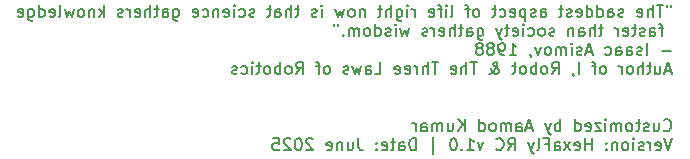
<source format=gbr>
%TF.GenerationSoftware,KiCad,Pcbnew,9.0.2*%
%TF.CreationDate,2025-06-02T23:35:36+05:30*%
%TF.ProjectId,RemoteV2,52656d6f-7465-4563-922e-6b696361645f,rev?*%
%TF.SameCoordinates,Original*%
%TF.FileFunction,Legend,Bot*%
%TF.FilePolarity,Positive*%
%FSLAX46Y46*%
G04 Gerber Fmt 4.6, Leading zero omitted, Abs format (unit mm)*
G04 Created by KiCad (PCBNEW 9.0.2) date 2025-06-02 23:35:36*
%MOMM*%
%LPD*%
G01*
G04 APERTURE LIST*
%ADD10C,0.200000*%
G04 APERTURE END LIST*
D10*
X167177945Y-92487667D02*
X167177945Y-92678143D01*
X166796993Y-92487667D02*
X166796993Y-92678143D01*
X166511278Y-92487667D02*
X165939850Y-92487667D01*
X166225564Y-93487667D02*
X166225564Y-92487667D01*
X165606516Y-93487667D02*
X165606516Y-92487667D01*
X165177945Y-93487667D02*
X165177945Y-92963857D01*
X165177945Y-92963857D02*
X165225564Y-92868619D01*
X165225564Y-92868619D02*
X165320802Y-92821000D01*
X165320802Y-92821000D02*
X165463659Y-92821000D01*
X165463659Y-92821000D02*
X165558897Y-92868619D01*
X165558897Y-92868619D02*
X165606516Y-92916238D01*
X164320802Y-93440048D02*
X164416040Y-93487667D01*
X164416040Y-93487667D02*
X164606516Y-93487667D01*
X164606516Y-93487667D02*
X164701754Y-93440048D01*
X164701754Y-93440048D02*
X164749373Y-93344809D01*
X164749373Y-93344809D02*
X164749373Y-92963857D01*
X164749373Y-92963857D02*
X164701754Y-92868619D01*
X164701754Y-92868619D02*
X164606516Y-92821000D01*
X164606516Y-92821000D02*
X164416040Y-92821000D01*
X164416040Y-92821000D02*
X164320802Y-92868619D01*
X164320802Y-92868619D02*
X164273183Y-92963857D01*
X164273183Y-92963857D02*
X164273183Y-93059095D01*
X164273183Y-93059095D02*
X164749373Y-93154333D01*
X163130325Y-93440048D02*
X163035087Y-93487667D01*
X163035087Y-93487667D02*
X162844611Y-93487667D01*
X162844611Y-93487667D02*
X162749373Y-93440048D01*
X162749373Y-93440048D02*
X162701754Y-93344809D01*
X162701754Y-93344809D02*
X162701754Y-93297190D01*
X162701754Y-93297190D02*
X162749373Y-93201952D01*
X162749373Y-93201952D02*
X162844611Y-93154333D01*
X162844611Y-93154333D02*
X162987468Y-93154333D01*
X162987468Y-93154333D02*
X163082706Y-93106714D01*
X163082706Y-93106714D02*
X163130325Y-93011476D01*
X163130325Y-93011476D02*
X163130325Y-92963857D01*
X163130325Y-92963857D02*
X163082706Y-92868619D01*
X163082706Y-92868619D02*
X162987468Y-92821000D01*
X162987468Y-92821000D02*
X162844611Y-92821000D01*
X162844611Y-92821000D02*
X162749373Y-92868619D01*
X161844611Y-93487667D02*
X161844611Y-92963857D01*
X161844611Y-92963857D02*
X161892230Y-92868619D01*
X161892230Y-92868619D02*
X161987468Y-92821000D01*
X161987468Y-92821000D02*
X162177944Y-92821000D01*
X162177944Y-92821000D02*
X162273182Y-92868619D01*
X161844611Y-93440048D02*
X161939849Y-93487667D01*
X161939849Y-93487667D02*
X162177944Y-93487667D01*
X162177944Y-93487667D02*
X162273182Y-93440048D01*
X162273182Y-93440048D02*
X162320801Y-93344809D01*
X162320801Y-93344809D02*
X162320801Y-93249571D01*
X162320801Y-93249571D02*
X162273182Y-93154333D01*
X162273182Y-93154333D02*
X162177944Y-93106714D01*
X162177944Y-93106714D02*
X161939849Y-93106714D01*
X161939849Y-93106714D02*
X161844611Y-93059095D01*
X160939849Y-93487667D02*
X160939849Y-92487667D01*
X160939849Y-93440048D02*
X161035087Y-93487667D01*
X161035087Y-93487667D02*
X161225563Y-93487667D01*
X161225563Y-93487667D02*
X161320801Y-93440048D01*
X161320801Y-93440048D02*
X161368420Y-93392428D01*
X161368420Y-93392428D02*
X161416039Y-93297190D01*
X161416039Y-93297190D02*
X161416039Y-93011476D01*
X161416039Y-93011476D02*
X161368420Y-92916238D01*
X161368420Y-92916238D02*
X161320801Y-92868619D01*
X161320801Y-92868619D02*
X161225563Y-92821000D01*
X161225563Y-92821000D02*
X161035087Y-92821000D01*
X161035087Y-92821000D02*
X160939849Y-92868619D01*
X160035087Y-93487667D02*
X160035087Y-92487667D01*
X160035087Y-93440048D02*
X160130325Y-93487667D01*
X160130325Y-93487667D02*
X160320801Y-93487667D01*
X160320801Y-93487667D02*
X160416039Y-93440048D01*
X160416039Y-93440048D02*
X160463658Y-93392428D01*
X160463658Y-93392428D02*
X160511277Y-93297190D01*
X160511277Y-93297190D02*
X160511277Y-93011476D01*
X160511277Y-93011476D02*
X160463658Y-92916238D01*
X160463658Y-92916238D02*
X160416039Y-92868619D01*
X160416039Y-92868619D02*
X160320801Y-92821000D01*
X160320801Y-92821000D02*
X160130325Y-92821000D01*
X160130325Y-92821000D02*
X160035087Y-92868619D01*
X159177944Y-93440048D02*
X159273182Y-93487667D01*
X159273182Y-93487667D02*
X159463658Y-93487667D01*
X159463658Y-93487667D02*
X159558896Y-93440048D01*
X159558896Y-93440048D02*
X159606515Y-93344809D01*
X159606515Y-93344809D02*
X159606515Y-92963857D01*
X159606515Y-92963857D02*
X159558896Y-92868619D01*
X159558896Y-92868619D02*
X159463658Y-92821000D01*
X159463658Y-92821000D02*
X159273182Y-92821000D01*
X159273182Y-92821000D02*
X159177944Y-92868619D01*
X159177944Y-92868619D02*
X159130325Y-92963857D01*
X159130325Y-92963857D02*
X159130325Y-93059095D01*
X159130325Y-93059095D02*
X159606515Y-93154333D01*
X158749372Y-93440048D02*
X158654134Y-93487667D01*
X158654134Y-93487667D02*
X158463658Y-93487667D01*
X158463658Y-93487667D02*
X158368420Y-93440048D01*
X158368420Y-93440048D02*
X158320801Y-93344809D01*
X158320801Y-93344809D02*
X158320801Y-93297190D01*
X158320801Y-93297190D02*
X158368420Y-93201952D01*
X158368420Y-93201952D02*
X158463658Y-93154333D01*
X158463658Y-93154333D02*
X158606515Y-93154333D01*
X158606515Y-93154333D02*
X158701753Y-93106714D01*
X158701753Y-93106714D02*
X158749372Y-93011476D01*
X158749372Y-93011476D02*
X158749372Y-92963857D01*
X158749372Y-92963857D02*
X158701753Y-92868619D01*
X158701753Y-92868619D02*
X158606515Y-92821000D01*
X158606515Y-92821000D02*
X158463658Y-92821000D01*
X158463658Y-92821000D02*
X158368420Y-92868619D01*
X158035086Y-92821000D02*
X157654134Y-92821000D01*
X157892229Y-92487667D02*
X157892229Y-93344809D01*
X157892229Y-93344809D02*
X157844610Y-93440048D01*
X157844610Y-93440048D02*
X157749372Y-93487667D01*
X157749372Y-93487667D02*
X157654134Y-93487667D01*
X156130324Y-93487667D02*
X156130324Y-92963857D01*
X156130324Y-92963857D02*
X156177943Y-92868619D01*
X156177943Y-92868619D02*
X156273181Y-92821000D01*
X156273181Y-92821000D02*
X156463657Y-92821000D01*
X156463657Y-92821000D02*
X156558895Y-92868619D01*
X156130324Y-93440048D02*
X156225562Y-93487667D01*
X156225562Y-93487667D02*
X156463657Y-93487667D01*
X156463657Y-93487667D02*
X156558895Y-93440048D01*
X156558895Y-93440048D02*
X156606514Y-93344809D01*
X156606514Y-93344809D02*
X156606514Y-93249571D01*
X156606514Y-93249571D02*
X156558895Y-93154333D01*
X156558895Y-93154333D02*
X156463657Y-93106714D01*
X156463657Y-93106714D02*
X156225562Y-93106714D01*
X156225562Y-93106714D02*
X156130324Y-93059095D01*
X155701752Y-93440048D02*
X155606514Y-93487667D01*
X155606514Y-93487667D02*
X155416038Y-93487667D01*
X155416038Y-93487667D02*
X155320800Y-93440048D01*
X155320800Y-93440048D02*
X155273181Y-93344809D01*
X155273181Y-93344809D02*
X155273181Y-93297190D01*
X155273181Y-93297190D02*
X155320800Y-93201952D01*
X155320800Y-93201952D02*
X155416038Y-93154333D01*
X155416038Y-93154333D02*
X155558895Y-93154333D01*
X155558895Y-93154333D02*
X155654133Y-93106714D01*
X155654133Y-93106714D02*
X155701752Y-93011476D01*
X155701752Y-93011476D02*
X155701752Y-92963857D01*
X155701752Y-92963857D02*
X155654133Y-92868619D01*
X155654133Y-92868619D02*
X155558895Y-92821000D01*
X155558895Y-92821000D02*
X155416038Y-92821000D01*
X155416038Y-92821000D02*
X155320800Y-92868619D01*
X154844609Y-92821000D02*
X154844609Y-93821000D01*
X154844609Y-92868619D02*
X154749371Y-92821000D01*
X154749371Y-92821000D02*
X154558895Y-92821000D01*
X154558895Y-92821000D02*
X154463657Y-92868619D01*
X154463657Y-92868619D02*
X154416038Y-92916238D01*
X154416038Y-92916238D02*
X154368419Y-93011476D01*
X154368419Y-93011476D02*
X154368419Y-93297190D01*
X154368419Y-93297190D02*
X154416038Y-93392428D01*
X154416038Y-93392428D02*
X154463657Y-93440048D01*
X154463657Y-93440048D02*
X154558895Y-93487667D01*
X154558895Y-93487667D02*
X154749371Y-93487667D01*
X154749371Y-93487667D02*
X154844609Y-93440048D01*
X153558895Y-93440048D02*
X153654133Y-93487667D01*
X153654133Y-93487667D02*
X153844609Y-93487667D01*
X153844609Y-93487667D02*
X153939847Y-93440048D01*
X153939847Y-93440048D02*
X153987466Y-93344809D01*
X153987466Y-93344809D02*
X153987466Y-92963857D01*
X153987466Y-92963857D02*
X153939847Y-92868619D01*
X153939847Y-92868619D02*
X153844609Y-92821000D01*
X153844609Y-92821000D02*
X153654133Y-92821000D01*
X153654133Y-92821000D02*
X153558895Y-92868619D01*
X153558895Y-92868619D02*
X153511276Y-92963857D01*
X153511276Y-92963857D02*
X153511276Y-93059095D01*
X153511276Y-93059095D02*
X153987466Y-93154333D01*
X152654133Y-93440048D02*
X152749371Y-93487667D01*
X152749371Y-93487667D02*
X152939847Y-93487667D01*
X152939847Y-93487667D02*
X153035085Y-93440048D01*
X153035085Y-93440048D02*
X153082704Y-93392428D01*
X153082704Y-93392428D02*
X153130323Y-93297190D01*
X153130323Y-93297190D02*
X153130323Y-93011476D01*
X153130323Y-93011476D02*
X153082704Y-92916238D01*
X153082704Y-92916238D02*
X153035085Y-92868619D01*
X153035085Y-92868619D02*
X152939847Y-92821000D01*
X152939847Y-92821000D02*
X152749371Y-92821000D01*
X152749371Y-92821000D02*
X152654133Y-92868619D01*
X152368418Y-92821000D02*
X151987466Y-92821000D01*
X152225561Y-92487667D02*
X152225561Y-93344809D01*
X152225561Y-93344809D02*
X152177942Y-93440048D01*
X152177942Y-93440048D02*
X152082704Y-93487667D01*
X152082704Y-93487667D02*
X151987466Y-93487667D01*
X150749370Y-93487667D02*
X150844608Y-93440048D01*
X150844608Y-93440048D02*
X150892227Y-93392428D01*
X150892227Y-93392428D02*
X150939846Y-93297190D01*
X150939846Y-93297190D02*
X150939846Y-93011476D01*
X150939846Y-93011476D02*
X150892227Y-92916238D01*
X150892227Y-92916238D02*
X150844608Y-92868619D01*
X150844608Y-92868619D02*
X150749370Y-92821000D01*
X150749370Y-92821000D02*
X150606513Y-92821000D01*
X150606513Y-92821000D02*
X150511275Y-92868619D01*
X150511275Y-92868619D02*
X150463656Y-92916238D01*
X150463656Y-92916238D02*
X150416037Y-93011476D01*
X150416037Y-93011476D02*
X150416037Y-93297190D01*
X150416037Y-93297190D02*
X150463656Y-93392428D01*
X150463656Y-93392428D02*
X150511275Y-93440048D01*
X150511275Y-93440048D02*
X150606513Y-93487667D01*
X150606513Y-93487667D02*
X150749370Y-93487667D01*
X150130322Y-92821000D02*
X149749370Y-92821000D01*
X149987465Y-93487667D02*
X149987465Y-92630524D01*
X149987465Y-92630524D02*
X149939846Y-92535286D01*
X149939846Y-92535286D02*
X149844608Y-92487667D01*
X149844608Y-92487667D02*
X149749370Y-92487667D01*
X148511274Y-93487667D02*
X148606512Y-93440048D01*
X148606512Y-93440048D02*
X148654131Y-93344809D01*
X148654131Y-93344809D02*
X148654131Y-92487667D01*
X148130321Y-93487667D02*
X148130321Y-92821000D01*
X148130321Y-92487667D02*
X148177940Y-92535286D01*
X148177940Y-92535286D02*
X148130321Y-92582905D01*
X148130321Y-92582905D02*
X148082702Y-92535286D01*
X148082702Y-92535286D02*
X148130321Y-92487667D01*
X148130321Y-92487667D02*
X148130321Y-92582905D01*
X147796988Y-92821000D02*
X147416036Y-92821000D01*
X147654131Y-93487667D02*
X147654131Y-92630524D01*
X147654131Y-92630524D02*
X147606512Y-92535286D01*
X147606512Y-92535286D02*
X147511274Y-92487667D01*
X147511274Y-92487667D02*
X147416036Y-92487667D01*
X146701750Y-93440048D02*
X146796988Y-93487667D01*
X146796988Y-93487667D02*
X146987464Y-93487667D01*
X146987464Y-93487667D02*
X147082702Y-93440048D01*
X147082702Y-93440048D02*
X147130321Y-93344809D01*
X147130321Y-93344809D02*
X147130321Y-92963857D01*
X147130321Y-92963857D02*
X147082702Y-92868619D01*
X147082702Y-92868619D02*
X146987464Y-92821000D01*
X146987464Y-92821000D02*
X146796988Y-92821000D01*
X146796988Y-92821000D02*
X146701750Y-92868619D01*
X146701750Y-92868619D02*
X146654131Y-92963857D01*
X146654131Y-92963857D02*
X146654131Y-93059095D01*
X146654131Y-93059095D02*
X147130321Y-93154333D01*
X145463654Y-93487667D02*
X145463654Y-92821000D01*
X145463654Y-93011476D02*
X145416035Y-92916238D01*
X145416035Y-92916238D02*
X145368416Y-92868619D01*
X145368416Y-92868619D02*
X145273178Y-92821000D01*
X145273178Y-92821000D02*
X145177940Y-92821000D01*
X144844606Y-93487667D02*
X144844606Y-92821000D01*
X144844606Y-92487667D02*
X144892225Y-92535286D01*
X144892225Y-92535286D02*
X144844606Y-92582905D01*
X144844606Y-92582905D02*
X144796987Y-92535286D01*
X144796987Y-92535286D02*
X144844606Y-92487667D01*
X144844606Y-92487667D02*
X144844606Y-92582905D01*
X143939845Y-92821000D02*
X143939845Y-93630524D01*
X143939845Y-93630524D02*
X143987464Y-93725762D01*
X143987464Y-93725762D02*
X144035083Y-93773381D01*
X144035083Y-93773381D02*
X144130321Y-93821000D01*
X144130321Y-93821000D02*
X144273178Y-93821000D01*
X144273178Y-93821000D02*
X144368416Y-93773381D01*
X143939845Y-93440048D02*
X144035083Y-93487667D01*
X144035083Y-93487667D02*
X144225559Y-93487667D01*
X144225559Y-93487667D02*
X144320797Y-93440048D01*
X144320797Y-93440048D02*
X144368416Y-93392428D01*
X144368416Y-93392428D02*
X144416035Y-93297190D01*
X144416035Y-93297190D02*
X144416035Y-93011476D01*
X144416035Y-93011476D02*
X144368416Y-92916238D01*
X144368416Y-92916238D02*
X144320797Y-92868619D01*
X144320797Y-92868619D02*
X144225559Y-92821000D01*
X144225559Y-92821000D02*
X144035083Y-92821000D01*
X144035083Y-92821000D02*
X143939845Y-92868619D01*
X143463654Y-93487667D02*
X143463654Y-92487667D01*
X143035083Y-93487667D02*
X143035083Y-92963857D01*
X143035083Y-92963857D02*
X143082702Y-92868619D01*
X143082702Y-92868619D02*
X143177940Y-92821000D01*
X143177940Y-92821000D02*
X143320797Y-92821000D01*
X143320797Y-92821000D02*
X143416035Y-92868619D01*
X143416035Y-92868619D02*
X143463654Y-92916238D01*
X142701749Y-92821000D02*
X142320797Y-92821000D01*
X142558892Y-92487667D02*
X142558892Y-93344809D01*
X142558892Y-93344809D02*
X142511273Y-93440048D01*
X142511273Y-93440048D02*
X142416035Y-93487667D01*
X142416035Y-93487667D02*
X142320797Y-93487667D01*
X141225558Y-92821000D02*
X141225558Y-93487667D01*
X141225558Y-92916238D02*
X141177939Y-92868619D01*
X141177939Y-92868619D02*
X141082701Y-92821000D01*
X141082701Y-92821000D02*
X140939844Y-92821000D01*
X140939844Y-92821000D02*
X140844606Y-92868619D01*
X140844606Y-92868619D02*
X140796987Y-92963857D01*
X140796987Y-92963857D02*
X140796987Y-93487667D01*
X140177939Y-93487667D02*
X140273177Y-93440048D01*
X140273177Y-93440048D02*
X140320796Y-93392428D01*
X140320796Y-93392428D02*
X140368415Y-93297190D01*
X140368415Y-93297190D02*
X140368415Y-93011476D01*
X140368415Y-93011476D02*
X140320796Y-92916238D01*
X140320796Y-92916238D02*
X140273177Y-92868619D01*
X140273177Y-92868619D02*
X140177939Y-92821000D01*
X140177939Y-92821000D02*
X140035082Y-92821000D01*
X140035082Y-92821000D02*
X139939844Y-92868619D01*
X139939844Y-92868619D02*
X139892225Y-92916238D01*
X139892225Y-92916238D02*
X139844606Y-93011476D01*
X139844606Y-93011476D02*
X139844606Y-93297190D01*
X139844606Y-93297190D02*
X139892225Y-93392428D01*
X139892225Y-93392428D02*
X139939844Y-93440048D01*
X139939844Y-93440048D02*
X140035082Y-93487667D01*
X140035082Y-93487667D02*
X140177939Y-93487667D01*
X139511272Y-92821000D02*
X139320796Y-93487667D01*
X139320796Y-93487667D02*
X139130320Y-93011476D01*
X139130320Y-93011476D02*
X138939844Y-93487667D01*
X138939844Y-93487667D02*
X138749368Y-92821000D01*
X137606510Y-93487667D02*
X137606510Y-92821000D01*
X137606510Y-92487667D02*
X137654129Y-92535286D01*
X137654129Y-92535286D02*
X137606510Y-92582905D01*
X137606510Y-92582905D02*
X137558891Y-92535286D01*
X137558891Y-92535286D02*
X137606510Y-92487667D01*
X137606510Y-92487667D02*
X137606510Y-92582905D01*
X137177939Y-93440048D02*
X137082701Y-93487667D01*
X137082701Y-93487667D02*
X136892225Y-93487667D01*
X136892225Y-93487667D02*
X136796987Y-93440048D01*
X136796987Y-93440048D02*
X136749368Y-93344809D01*
X136749368Y-93344809D02*
X136749368Y-93297190D01*
X136749368Y-93297190D02*
X136796987Y-93201952D01*
X136796987Y-93201952D02*
X136892225Y-93154333D01*
X136892225Y-93154333D02*
X137035082Y-93154333D01*
X137035082Y-93154333D02*
X137130320Y-93106714D01*
X137130320Y-93106714D02*
X137177939Y-93011476D01*
X137177939Y-93011476D02*
X137177939Y-92963857D01*
X137177939Y-92963857D02*
X137130320Y-92868619D01*
X137130320Y-92868619D02*
X137035082Y-92821000D01*
X137035082Y-92821000D02*
X136892225Y-92821000D01*
X136892225Y-92821000D02*
X136796987Y-92868619D01*
X135701748Y-92821000D02*
X135320796Y-92821000D01*
X135558891Y-92487667D02*
X135558891Y-93344809D01*
X135558891Y-93344809D02*
X135511272Y-93440048D01*
X135511272Y-93440048D02*
X135416034Y-93487667D01*
X135416034Y-93487667D02*
X135320796Y-93487667D01*
X134987462Y-93487667D02*
X134987462Y-92487667D01*
X134558891Y-93487667D02*
X134558891Y-92963857D01*
X134558891Y-92963857D02*
X134606510Y-92868619D01*
X134606510Y-92868619D02*
X134701748Y-92821000D01*
X134701748Y-92821000D02*
X134844605Y-92821000D01*
X134844605Y-92821000D02*
X134939843Y-92868619D01*
X134939843Y-92868619D02*
X134987462Y-92916238D01*
X133654129Y-93487667D02*
X133654129Y-92963857D01*
X133654129Y-92963857D02*
X133701748Y-92868619D01*
X133701748Y-92868619D02*
X133796986Y-92821000D01*
X133796986Y-92821000D02*
X133987462Y-92821000D01*
X133987462Y-92821000D02*
X134082700Y-92868619D01*
X133654129Y-93440048D02*
X133749367Y-93487667D01*
X133749367Y-93487667D02*
X133987462Y-93487667D01*
X133987462Y-93487667D02*
X134082700Y-93440048D01*
X134082700Y-93440048D02*
X134130319Y-93344809D01*
X134130319Y-93344809D02*
X134130319Y-93249571D01*
X134130319Y-93249571D02*
X134082700Y-93154333D01*
X134082700Y-93154333D02*
X133987462Y-93106714D01*
X133987462Y-93106714D02*
X133749367Y-93106714D01*
X133749367Y-93106714D02*
X133654129Y-93059095D01*
X133320795Y-92821000D02*
X132939843Y-92821000D01*
X133177938Y-92487667D02*
X133177938Y-93344809D01*
X133177938Y-93344809D02*
X133130319Y-93440048D01*
X133130319Y-93440048D02*
X133035081Y-93487667D01*
X133035081Y-93487667D02*
X132939843Y-93487667D01*
X131892223Y-93440048D02*
X131796985Y-93487667D01*
X131796985Y-93487667D02*
X131606509Y-93487667D01*
X131606509Y-93487667D02*
X131511271Y-93440048D01*
X131511271Y-93440048D02*
X131463652Y-93344809D01*
X131463652Y-93344809D02*
X131463652Y-93297190D01*
X131463652Y-93297190D02*
X131511271Y-93201952D01*
X131511271Y-93201952D02*
X131606509Y-93154333D01*
X131606509Y-93154333D02*
X131749366Y-93154333D01*
X131749366Y-93154333D02*
X131844604Y-93106714D01*
X131844604Y-93106714D02*
X131892223Y-93011476D01*
X131892223Y-93011476D02*
X131892223Y-92963857D01*
X131892223Y-92963857D02*
X131844604Y-92868619D01*
X131844604Y-92868619D02*
X131749366Y-92821000D01*
X131749366Y-92821000D02*
X131606509Y-92821000D01*
X131606509Y-92821000D02*
X131511271Y-92868619D01*
X130606509Y-93440048D02*
X130701747Y-93487667D01*
X130701747Y-93487667D02*
X130892223Y-93487667D01*
X130892223Y-93487667D02*
X130987461Y-93440048D01*
X130987461Y-93440048D02*
X131035080Y-93392428D01*
X131035080Y-93392428D02*
X131082699Y-93297190D01*
X131082699Y-93297190D02*
X131082699Y-93011476D01*
X131082699Y-93011476D02*
X131035080Y-92916238D01*
X131035080Y-92916238D02*
X130987461Y-92868619D01*
X130987461Y-92868619D02*
X130892223Y-92821000D01*
X130892223Y-92821000D02*
X130701747Y-92821000D01*
X130701747Y-92821000D02*
X130606509Y-92868619D01*
X130177937Y-93487667D02*
X130177937Y-92821000D01*
X130177937Y-92487667D02*
X130225556Y-92535286D01*
X130225556Y-92535286D02*
X130177937Y-92582905D01*
X130177937Y-92582905D02*
X130130318Y-92535286D01*
X130130318Y-92535286D02*
X130177937Y-92487667D01*
X130177937Y-92487667D02*
X130177937Y-92582905D01*
X129320795Y-93440048D02*
X129416033Y-93487667D01*
X129416033Y-93487667D02*
X129606509Y-93487667D01*
X129606509Y-93487667D02*
X129701747Y-93440048D01*
X129701747Y-93440048D02*
X129749366Y-93344809D01*
X129749366Y-93344809D02*
X129749366Y-92963857D01*
X129749366Y-92963857D02*
X129701747Y-92868619D01*
X129701747Y-92868619D02*
X129606509Y-92821000D01*
X129606509Y-92821000D02*
X129416033Y-92821000D01*
X129416033Y-92821000D02*
X129320795Y-92868619D01*
X129320795Y-92868619D02*
X129273176Y-92963857D01*
X129273176Y-92963857D02*
X129273176Y-93059095D01*
X129273176Y-93059095D02*
X129749366Y-93154333D01*
X128844604Y-92821000D02*
X128844604Y-93487667D01*
X128844604Y-92916238D02*
X128796985Y-92868619D01*
X128796985Y-92868619D02*
X128701747Y-92821000D01*
X128701747Y-92821000D02*
X128558890Y-92821000D01*
X128558890Y-92821000D02*
X128463652Y-92868619D01*
X128463652Y-92868619D02*
X128416033Y-92963857D01*
X128416033Y-92963857D02*
X128416033Y-93487667D01*
X127511271Y-93440048D02*
X127606509Y-93487667D01*
X127606509Y-93487667D02*
X127796985Y-93487667D01*
X127796985Y-93487667D02*
X127892223Y-93440048D01*
X127892223Y-93440048D02*
X127939842Y-93392428D01*
X127939842Y-93392428D02*
X127987461Y-93297190D01*
X127987461Y-93297190D02*
X127987461Y-93011476D01*
X127987461Y-93011476D02*
X127939842Y-92916238D01*
X127939842Y-92916238D02*
X127892223Y-92868619D01*
X127892223Y-92868619D02*
X127796985Y-92821000D01*
X127796985Y-92821000D02*
X127606509Y-92821000D01*
X127606509Y-92821000D02*
X127511271Y-92868619D01*
X126701747Y-93440048D02*
X126796985Y-93487667D01*
X126796985Y-93487667D02*
X126987461Y-93487667D01*
X126987461Y-93487667D02*
X127082699Y-93440048D01*
X127082699Y-93440048D02*
X127130318Y-93344809D01*
X127130318Y-93344809D02*
X127130318Y-92963857D01*
X127130318Y-92963857D02*
X127082699Y-92868619D01*
X127082699Y-92868619D02*
X126987461Y-92821000D01*
X126987461Y-92821000D02*
X126796985Y-92821000D01*
X126796985Y-92821000D02*
X126701747Y-92868619D01*
X126701747Y-92868619D02*
X126654128Y-92963857D01*
X126654128Y-92963857D02*
X126654128Y-93059095D01*
X126654128Y-93059095D02*
X127130318Y-93154333D01*
X125035080Y-92821000D02*
X125035080Y-93630524D01*
X125035080Y-93630524D02*
X125082699Y-93725762D01*
X125082699Y-93725762D02*
X125130318Y-93773381D01*
X125130318Y-93773381D02*
X125225556Y-93821000D01*
X125225556Y-93821000D02*
X125368413Y-93821000D01*
X125368413Y-93821000D02*
X125463651Y-93773381D01*
X125035080Y-93440048D02*
X125130318Y-93487667D01*
X125130318Y-93487667D02*
X125320794Y-93487667D01*
X125320794Y-93487667D02*
X125416032Y-93440048D01*
X125416032Y-93440048D02*
X125463651Y-93392428D01*
X125463651Y-93392428D02*
X125511270Y-93297190D01*
X125511270Y-93297190D02*
X125511270Y-93011476D01*
X125511270Y-93011476D02*
X125463651Y-92916238D01*
X125463651Y-92916238D02*
X125416032Y-92868619D01*
X125416032Y-92868619D02*
X125320794Y-92821000D01*
X125320794Y-92821000D02*
X125130318Y-92821000D01*
X125130318Y-92821000D02*
X125035080Y-92868619D01*
X124130318Y-93487667D02*
X124130318Y-92963857D01*
X124130318Y-92963857D02*
X124177937Y-92868619D01*
X124177937Y-92868619D02*
X124273175Y-92821000D01*
X124273175Y-92821000D02*
X124463651Y-92821000D01*
X124463651Y-92821000D02*
X124558889Y-92868619D01*
X124130318Y-93440048D02*
X124225556Y-93487667D01*
X124225556Y-93487667D02*
X124463651Y-93487667D01*
X124463651Y-93487667D02*
X124558889Y-93440048D01*
X124558889Y-93440048D02*
X124606508Y-93344809D01*
X124606508Y-93344809D02*
X124606508Y-93249571D01*
X124606508Y-93249571D02*
X124558889Y-93154333D01*
X124558889Y-93154333D02*
X124463651Y-93106714D01*
X124463651Y-93106714D02*
X124225556Y-93106714D01*
X124225556Y-93106714D02*
X124130318Y-93059095D01*
X123796984Y-92821000D02*
X123416032Y-92821000D01*
X123654127Y-92487667D02*
X123654127Y-93344809D01*
X123654127Y-93344809D02*
X123606508Y-93440048D01*
X123606508Y-93440048D02*
X123511270Y-93487667D01*
X123511270Y-93487667D02*
X123416032Y-93487667D01*
X123082698Y-93487667D02*
X123082698Y-92487667D01*
X122654127Y-93487667D02*
X122654127Y-92963857D01*
X122654127Y-92963857D02*
X122701746Y-92868619D01*
X122701746Y-92868619D02*
X122796984Y-92821000D01*
X122796984Y-92821000D02*
X122939841Y-92821000D01*
X122939841Y-92821000D02*
X123035079Y-92868619D01*
X123035079Y-92868619D02*
X123082698Y-92916238D01*
X121796984Y-93440048D02*
X121892222Y-93487667D01*
X121892222Y-93487667D02*
X122082698Y-93487667D01*
X122082698Y-93487667D02*
X122177936Y-93440048D01*
X122177936Y-93440048D02*
X122225555Y-93344809D01*
X122225555Y-93344809D02*
X122225555Y-92963857D01*
X122225555Y-92963857D02*
X122177936Y-92868619D01*
X122177936Y-92868619D02*
X122082698Y-92821000D01*
X122082698Y-92821000D02*
X121892222Y-92821000D01*
X121892222Y-92821000D02*
X121796984Y-92868619D01*
X121796984Y-92868619D02*
X121749365Y-92963857D01*
X121749365Y-92963857D02*
X121749365Y-93059095D01*
X121749365Y-93059095D02*
X122225555Y-93154333D01*
X121320793Y-93487667D02*
X121320793Y-92821000D01*
X121320793Y-93011476D02*
X121273174Y-92916238D01*
X121273174Y-92916238D02*
X121225555Y-92868619D01*
X121225555Y-92868619D02*
X121130317Y-92821000D01*
X121130317Y-92821000D02*
X121035079Y-92821000D01*
X120749364Y-93440048D02*
X120654126Y-93487667D01*
X120654126Y-93487667D02*
X120463650Y-93487667D01*
X120463650Y-93487667D02*
X120368412Y-93440048D01*
X120368412Y-93440048D02*
X120320793Y-93344809D01*
X120320793Y-93344809D02*
X120320793Y-93297190D01*
X120320793Y-93297190D02*
X120368412Y-93201952D01*
X120368412Y-93201952D02*
X120463650Y-93154333D01*
X120463650Y-93154333D02*
X120606507Y-93154333D01*
X120606507Y-93154333D02*
X120701745Y-93106714D01*
X120701745Y-93106714D02*
X120749364Y-93011476D01*
X120749364Y-93011476D02*
X120749364Y-92963857D01*
X120749364Y-92963857D02*
X120701745Y-92868619D01*
X120701745Y-92868619D02*
X120606507Y-92821000D01*
X120606507Y-92821000D02*
X120463650Y-92821000D01*
X120463650Y-92821000D02*
X120368412Y-92868619D01*
X119130316Y-93487667D02*
X119130316Y-92487667D01*
X119035078Y-93106714D02*
X118749364Y-93487667D01*
X118749364Y-92821000D02*
X119130316Y-93201952D01*
X118320792Y-92821000D02*
X118320792Y-93487667D01*
X118320792Y-92916238D02*
X118273173Y-92868619D01*
X118273173Y-92868619D02*
X118177935Y-92821000D01*
X118177935Y-92821000D02*
X118035078Y-92821000D01*
X118035078Y-92821000D02*
X117939840Y-92868619D01*
X117939840Y-92868619D02*
X117892221Y-92963857D01*
X117892221Y-92963857D02*
X117892221Y-93487667D01*
X117273173Y-93487667D02*
X117368411Y-93440048D01*
X117368411Y-93440048D02*
X117416030Y-93392428D01*
X117416030Y-93392428D02*
X117463649Y-93297190D01*
X117463649Y-93297190D02*
X117463649Y-93011476D01*
X117463649Y-93011476D02*
X117416030Y-92916238D01*
X117416030Y-92916238D02*
X117368411Y-92868619D01*
X117368411Y-92868619D02*
X117273173Y-92821000D01*
X117273173Y-92821000D02*
X117130316Y-92821000D01*
X117130316Y-92821000D02*
X117035078Y-92868619D01*
X117035078Y-92868619D02*
X116987459Y-92916238D01*
X116987459Y-92916238D02*
X116939840Y-93011476D01*
X116939840Y-93011476D02*
X116939840Y-93297190D01*
X116939840Y-93297190D02*
X116987459Y-93392428D01*
X116987459Y-93392428D02*
X117035078Y-93440048D01*
X117035078Y-93440048D02*
X117130316Y-93487667D01*
X117130316Y-93487667D02*
X117273173Y-93487667D01*
X116606506Y-92821000D02*
X116416030Y-93487667D01*
X116416030Y-93487667D02*
X116225554Y-93011476D01*
X116225554Y-93011476D02*
X116035078Y-93487667D01*
X116035078Y-93487667D02*
X115844602Y-92821000D01*
X115320792Y-93487667D02*
X115416030Y-93440048D01*
X115416030Y-93440048D02*
X115463649Y-93344809D01*
X115463649Y-93344809D02*
X115463649Y-92487667D01*
X114558887Y-93440048D02*
X114654125Y-93487667D01*
X114654125Y-93487667D02*
X114844601Y-93487667D01*
X114844601Y-93487667D02*
X114939839Y-93440048D01*
X114939839Y-93440048D02*
X114987458Y-93344809D01*
X114987458Y-93344809D02*
X114987458Y-92963857D01*
X114987458Y-92963857D02*
X114939839Y-92868619D01*
X114939839Y-92868619D02*
X114844601Y-92821000D01*
X114844601Y-92821000D02*
X114654125Y-92821000D01*
X114654125Y-92821000D02*
X114558887Y-92868619D01*
X114558887Y-92868619D02*
X114511268Y-92963857D01*
X114511268Y-92963857D02*
X114511268Y-93059095D01*
X114511268Y-93059095D02*
X114987458Y-93154333D01*
X113654125Y-93487667D02*
X113654125Y-92487667D01*
X113654125Y-93440048D02*
X113749363Y-93487667D01*
X113749363Y-93487667D02*
X113939839Y-93487667D01*
X113939839Y-93487667D02*
X114035077Y-93440048D01*
X114035077Y-93440048D02*
X114082696Y-93392428D01*
X114082696Y-93392428D02*
X114130315Y-93297190D01*
X114130315Y-93297190D02*
X114130315Y-93011476D01*
X114130315Y-93011476D02*
X114082696Y-92916238D01*
X114082696Y-92916238D02*
X114035077Y-92868619D01*
X114035077Y-92868619D02*
X113939839Y-92821000D01*
X113939839Y-92821000D02*
X113749363Y-92821000D01*
X113749363Y-92821000D02*
X113654125Y-92868619D01*
X112749363Y-92821000D02*
X112749363Y-93630524D01*
X112749363Y-93630524D02*
X112796982Y-93725762D01*
X112796982Y-93725762D02*
X112844601Y-93773381D01*
X112844601Y-93773381D02*
X112939839Y-93821000D01*
X112939839Y-93821000D02*
X113082696Y-93821000D01*
X113082696Y-93821000D02*
X113177934Y-93773381D01*
X112749363Y-93440048D02*
X112844601Y-93487667D01*
X112844601Y-93487667D02*
X113035077Y-93487667D01*
X113035077Y-93487667D02*
X113130315Y-93440048D01*
X113130315Y-93440048D02*
X113177934Y-93392428D01*
X113177934Y-93392428D02*
X113225553Y-93297190D01*
X113225553Y-93297190D02*
X113225553Y-93011476D01*
X113225553Y-93011476D02*
X113177934Y-92916238D01*
X113177934Y-92916238D02*
X113130315Y-92868619D01*
X113130315Y-92868619D02*
X113035077Y-92821000D01*
X113035077Y-92821000D02*
X112844601Y-92821000D01*
X112844601Y-92821000D02*
X112749363Y-92868619D01*
X111892220Y-93440048D02*
X111987458Y-93487667D01*
X111987458Y-93487667D02*
X112177934Y-93487667D01*
X112177934Y-93487667D02*
X112273172Y-93440048D01*
X112273172Y-93440048D02*
X112320791Y-93344809D01*
X112320791Y-93344809D02*
X112320791Y-92963857D01*
X112320791Y-92963857D02*
X112273172Y-92868619D01*
X112273172Y-92868619D02*
X112177934Y-92821000D01*
X112177934Y-92821000D02*
X111987458Y-92821000D01*
X111987458Y-92821000D02*
X111892220Y-92868619D01*
X111892220Y-92868619D02*
X111844601Y-92963857D01*
X111844601Y-92963857D02*
X111844601Y-93059095D01*
X111844601Y-93059095D02*
X112320791Y-93154333D01*
X166511278Y-94430944D02*
X166130326Y-94430944D01*
X166368421Y-95097611D02*
X166368421Y-94240468D01*
X166368421Y-94240468D02*
X166320802Y-94145230D01*
X166320802Y-94145230D02*
X166225564Y-94097611D01*
X166225564Y-94097611D02*
X166130326Y-94097611D01*
X165368421Y-95097611D02*
X165368421Y-94573801D01*
X165368421Y-94573801D02*
X165416040Y-94478563D01*
X165416040Y-94478563D02*
X165511278Y-94430944D01*
X165511278Y-94430944D02*
X165701754Y-94430944D01*
X165701754Y-94430944D02*
X165796992Y-94478563D01*
X165368421Y-95049992D02*
X165463659Y-95097611D01*
X165463659Y-95097611D02*
X165701754Y-95097611D01*
X165701754Y-95097611D02*
X165796992Y-95049992D01*
X165796992Y-95049992D02*
X165844611Y-94954753D01*
X165844611Y-94954753D02*
X165844611Y-94859515D01*
X165844611Y-94859515D02*
X165796992Y-94764277D01*
X165796992Y-94764277D02*
X165701754Y-94716658D01*
X165701754Y-94716658D02*
X165463659Y-94716658D01*
X165463659Y-94716658D02*
X165368421Y-94669039D01*
X164939849Y-95049992D02*
X164844611Y-95097611D01*
X164844611Y-95097611D02*
X164654135Y-95097611D01*
X164654135Y-95097611D02*
X164558897Y-95049992D01*
X164558897Y-95049992D02*
X164511278Y-94954753D01*
X164511278Y-94954753D02*
X164511278Y-94907134D01*
X164511278Y-94907134D02*
X164558897Y-94811896D01*
X164558897Y-94811896D02*
X164654135Y-94764277D01*
X164654135Y-94764277D02*
X164796992Y-94764277D01*
X164796992Y-94764277D02*
X164892230Y-94716658D01*
X164892230Y-94716658D02*
X164939849Y-94621420D01*
X164939849Y-94621420D02*
X164939849Y-94573801D01*
X164939849Y-94573801D02*
X164892230Y-94478563D01*
X164892230Y-94478563D02*
X164796992Y-94430944D01*
X164796992Y-94430944D02*
X164654135Y-94430944D01*
X164654135Y-94430944D02*
X164558897Y-94478563D01*
X164225563Y-94430944D02*
X163844611Y-94430944D01*
X164082706Y-94097611D02*
X164082706Y-94954753D01*
X164082706Y-94954753D02*
X164035087Y-95049992D01*
X164035087Y-95049992D02*
X163939849Y-95097611D01*
X163939849Y-95097611D02*
X163844611Y-95097611D01*
X163130325Y-95049992D02*
X163225563Y-95097611D01*
X163225563Y-95097611D02*
X163416039Y-95097611D01*
X163416039Y-95097611D02*
X163511277Y-95049992D01*
X163511277Y-95049992D02*
X163558896Y-94954753D01*
X163558896Y-94954753D02*
X163558896Y-94573801D01*
X163558896Y-94573801D02*
X163511277Y-94478563D01*
X163511277Y-94478563D02*
X163416039Y-94430944D01*
X163416039Y-94430944D02*
X163225563Y-94430944D01*
X163225563Y-94430944D02*
X163130325Y-94478563D01*
X163130325Y-94478563D02*
X163082706Y-94573801D01*
X163082706Y-94573801D02*
X163082706Y-94669039D01*
X163082706Y-94669039D02*
X163558896Y-94764277D01*
X162654134Y-95097611D02*
X162654134Y-94430944D01*
X162654134Y-94621420D02*
X162606515Y-94526182D01*
X162606515Y-94526182D02*
X162558896Y-94478563D01*
X162558896Y-94478563D02*
X162463658Y-94430944D01*
X162463658Y-94430944D02*
X162368420Y-94430944D01*
X161416038Y-94430944D02*
X161035086Y-94430944D01*
X161273181Y-94097611D02*
X161273181Y-94954753D01*
X161273181Y-94954753D02*
X161225562Y-95049992D01*
X161225562Y-95049992D02*
X161130324Y-95097611D01*
X161130324Y-95097611D02*
X161035086Y-95097611D01*
X160701752Y-95097611D02*
X160701752Y-94097611D01*
X160273181Y-95097611D02*
X160273181Y-94573801D01*
X160273181Y-94573801D02*
X160320800Y-94478563D01*
X160320800Y-94478563D02*
X160416038Y-94430944D01*
X160416038Y-94430944D02*
X160558895Y-94430944D01*
X160558895Y-94430944D02*
X160654133Y-94478563D01*
X160654133Y-94478563D02*
X160701752Y-94526182D01*
X159368419Y-95097611D02*
X159368419Y-94573801D01*
X159368419Y-94573801D02*
X159416038Y-94478563D01*
X159416038Y-94478563D02*
X159511276Y-94430944D01*
X159511276Y-94430944D02*
X159701752Y-94430944D01*
X159701752Y-94430944D02*
X159796990Y-94478563D01*
X159368419Y-95049992D02*
X159463657Y-95097611D01*
X159463657Y-95097611D02*
X159701752Y-95097611D01*
X159701752Y-95097611D02*
X159796990Y-95049992D01*
X159796990Y-95049992D02*
X159844609Y-94954753D01*
X159844609Y-94954753D02*
X159844609Y-94859515D01*
X159844609Y-94859515D02*
X159796990Y-94764277D01*
X159796990Y-94764277D02*
X159701752Y-94716658D01*
X159701752Y-94716658D02*
X159463657Y-94716658D01*
X159463657Y-94716658D02*
X159368419Y-94669039D01*
X158892228Y-94430944D02*
X158892228Y-95097611D01*
X158892228Y-94526182D02*
X158844609Y-94478563D01*
X158844609Y-94478563D02*
X158749371Y-94430944D01*
X158749371Y-94430944D02*
X158606514Y-94430944D01*
X158606514Y-94430944D02*
X158511276Y-94478563D01*
X158511276Y-94478563D02*
X158463657Y-94573801D01*
X158463657Y-94573801D02*
X158463657Y-95097611D01*
X157273180Y-95049992D02*
X157177942Y-95097611D01*
X157177942Y-95097611D02*
X156987466Y-95097611D01*
X156987466Y-95097611D02*
X156892228Y-95049992D01*
X156892228Y-95049992D02*
X156844609Y-94954753D01*
X156844609Y-94954753D02*
X156844609Y-94907134D01*
X156844609Y-94907134D02*
X156892228Y-94811896D01*
X156892228Y-94811896D02*
X156987466Y-94764277D01*
X156987466Y-94764277D02*
X157130323Y-94764277D01*
X157130323Y-94764277D02*
X157225561Y-94716658D01*
X157225561Y-94716658D02*
X157273180Y-94621420D01*
X157273180Y-94621420D02*
X157273180Y-94573801D01*
X157273180Y-94573801D02*
X157225561Y-94478563D01*
X157225561Y-94478563D02*
X157130323Y-94430944D01*
X157130323Y-94430944D02*
X156987466Y-94430944D01*
X156987466Y-94430944D02*
X156892228Y-94478563D01*
X156273180Y-95097611D02*
X156368418Y-95049992D01*
X156368418Y-95049992D02*
X156416037Y-95002372D01*
X156416037Y-95002372D02*
X156463656Y-94907134D01*
X156463656Y-94907134D02*
X156463656Y-94621420D01*
X156463656Y-94621420D02*
X156416037Y-94526182D01*
X156416037Y-94526182D02*
X156368418Y-94478563D01*
X156368418Y-94478563D02*
X156273180Y-94430944D01*
X156273180Y-94430944D02*
X156130323Y-94430944D01*
X156130323Y-94430944D02*
X156035085Y-94478563D01*
X156035085Y-94478563D02*
X155987466Y-94526182D01*
X155987466Y-94526182D02*
X155939847Y-94621420D01*
X155939847Y-94621420D02*
X155939847Y-94907134D01*
X155939847Y-94907134D02*
X155987466Y-95002372D01*
X155987466Y-95002372D02*
X156035085Y-95049992D01*
X156035085Y-95049992D02*
X156130323Y-95097611D01*
X156130323Y-95097611D02*
X156273180Y-95097611D01*
X155082704Y-95049992D02*
X155177942Y-95097611D01*
X155177942Y-95097611D02*
X155368418Y-95097611D01*
X155368418Y-95097611D02*
X155463656Y-95049992D01*
X155463656Y-95049992D02*
X155511275Y-95002372D01*
X155511275Y-95002372D02*
X155558894Y-94907134D01*
X155558894Y-94907134D02*
X155558894Y-94621420D01*
X155558894Y-94621420D02*
X155511275Y-94526182D01*
X155511275Y-94526182D02*
X155463656Y-94478563D01*
X155463656Y-94478563D02*
X155368418Y-94430944D01*
X155368418Y-94430944D02*
X155177942Y-94430944D01*
X155177942Y-94430944D02*
X155082704Y-94478563D01*
X154654132Y-95097611D02*
X154654132Y-94430944D01*
X154654132Y-94097611D02*
X154701751Y-94145230D01*
X154701751Y-94145230D02*
X154654132Y-94192849D01*
X154654132Y-94192849D02*
X154606513Y-94145230D01*
X154606513Y-94145230D02*
X154654132Y-94097611D01*
X154654132Y-94097611D02*
X154654132Y-94192849D01*
X153796990Y-95049992D02*
X153892228Y-95097611D01*
X153892228Y-95097611D02*
X154082704Y-95097611D01*
X154082704Y-95097611D02*
X154177942Y-95049992D01*
X154177942Y-95049992D02*
X154225561Y-94954753D01*
X154225561Y-94954753D02*
X154225561Y-94573801D01*
X154225561Y-94573801D02*
X154177942Y-94478563D01*
X154177942Y-94478563D02*
X154082704Y-94430944D01*
X154082704Y-94430944D02*
X153892228Y-94430944D01*
X153892228Y-94430944D02*
X153796990Y-94478563D01*
X153796990Y-94478563D02*
X153749371Y-94573801D01*
X153749371Y-94573801D02*
X153749371Y-94669039D01*
X153749371Y-94669039D02*
X154225561Y-94764277D01*
X153463656Y-94430944D02*
X153082704Y-94430944D01*
X153320799Y-94097611D02*
X153320799Y-94954753D01*
X153320799Y-94954753D02*
X153273180Y-95049992D01*
X153273180Y-95049992D02*
X153177942Y-95097611D01*
X153177942Y-95097611D02*
X153082704Y-95097611D01*
X152844608Y-94430944D02*
X152606513Y-95097611D01*
X152368418Y-94430944D02*
X152606513Y-95097611D01*
X152606513Y-95097611D02*
X152701751Y-95335706D01*
X152701751Y-95335706D02*
X152749370Y-95383325D01*
X152749370Y-95383325D02*
X152844608Y-95430944D01*
X150796989Y-94430944D02*
X150796989Y-95240468D01*
X150796989Y-95240468D02*
X150844608Y-95335706D01*
X150844608Y-95335706D02*
X150892227Y-95383325D01*
X150892227Y-95383325D02*
X150987465Y-95430944D01*
X150987465Y-95430944D02*
X151130322Y-95430944D01*
X151130322Y-95430944D02*
X151225560Y-95383325D01*
X150796989Y-95049992D02*
X150892227Y-95097611D01*
X150892227Y-95097611D02*
X151082703Y-95097611D01*
X151082703Y-95097611D02*
X151177941Y-95049992D01*
X151177941Y-95049992D02*
X151225560Y-95002372D01*
X151225560Y-95002372D02*
X151273179Y-94907134D01*
X151273179Y-94907134D02*
X151273179Y-94621420D01*
X151273179Y-94621420D02*
X151225560Y-94526182D01*
X151225560Y-94526182D02*
X151177941Y-94478563D01*
X151177941Y-94478563D02*
X151082703Y-94430944D01*
X151082703Y-94430944D02*
X150892227Y-94430944D01*
X150892227Y-94430944D02*
X150796989Y-94478563D01*
X149892227Y-95097611D02*
X149892227Y-94573801D01*
X149892227Y-94573801D02*
X149939846Y-94478563D01*
X149939846Y-94478563D02*
X150035084Y-94430944D01*
X150035084Y-94430944D02*
X150225560Y-94430944D01*
X150225560Y-94430944D02*
X150320798Y-94478563D01*
X149892227Y-95049992D02*
X149987465Y-95097611D01*
X149987465Y-95097611D02*
X150225560Y-95097611D01*
X150225560Y-95097611D02*
X150320798Y-95049992D01*
X150320798Y-95049992D02*
X150368417Y-94954753D01*
X150368417Y-94954753D02*
X150368417Y-94859515D01*
X150368417Y-94859515D02*
X150320798Y-94764277D01*
X150320798Y-94764277D02*
X150225560Y-94716658D01*
X150225560Y-94716658D02*
X149987465Y-94716658D01*
X149987465Y-94716658D02*
X149892227Y-94669039D01*
X149558893Y-94430944D02*
X149177941Y-94430944D01*
X149416036Y-94097611D02*
X149416036Y-94954753D01*
X149416036Y-94954753D02*
X149368417Y-95049992D01*
X149368417Y-95049992D02*
X149273179Y-95097611D01*
X149273179Y-95097611D02*
X149177941Y-95097611D01*
X148844607Y-95097611D02*
X148844607Y-94097611D01*
X148416036Y-95097611D02*
X148416036Y-94573801D01*
X148416036Y-94573801D02*
X148463655Y-94478563D01*
X148463655Y-94478563D02*
X148558893Y-94430944D01*
X148558893Y-94430944D02*
X148701750Y-94430944D01*
X148701750Y-94430944D02*
X148796988Y-94478563D01*
X148796988Y-94478563D02*
X148844607Y-94526182D01*
X147558893Y-95049992D02*
X147654131Y-95097611D01*
X147654131Y-95097611D02*
X147844607Y-95097611D01*
X147844607Y-95097611D02*
X147939845Y-95049992D01*
X147939845Y-95049992D02*
X147987464Y-94954753D01*
X147987464Y-94954753D02*
X147987464Y-94573801D01*
X147987464Y-94573801D02*
X147939845Y-94478563D01*
X147939845Y-94478563D02*
X147844607Y-94430944D01*
X147844607Y-94430944D02*
X147654131Y-94430944D01*
X147654131Y-94430944D02*
X147558893Y-94478563D01*
X147558893Y-94478563D02*
X147511274Y-94573801D01*
X147511274Y-94573801D02*
X147511274Y-94669039D01*
X147511274Y-94669039D02*
X147987464Y-94764277D01*
X147082702Y-95097611D02*
X147082702Y-94430944D01*
X147082702Y-94621420D02*
X147035083Y-94526182D01*
X147035083Y-94526182D02*
X146987464Y-94478563D01*
X146987464Y-94478563D02*
X146892226Y-94430944D01*
X146892226Y-94430944D02*
X146796988Y-94430944D01*
X146511273Y-95049992D02*
X146416035Y-95097611D01*
X146416035Y-95097611D02*
X146225559Y-95097611D01*
X146225559Y-95097611D02*
X146130321Y-95049992D01*
X146130321Y-95049992D02*
X146082702Y-94954753D01*
X146082702Y-94954753D02*
X146082702Y-94907134D01*
X146082702Y-94907134D02*
X146130321Y-94811896D01*
X146130321Y-94811896D02*
X146225559Y-94764277D01*
X146225559Y-94764277D02*
X146368416Y-94764277D01*
X146368416Y-94764277D02*
X146463654Y-94716658D01*
X146463654Y-94716658D02*
X146511273Y-94621420D01*
X146511273Y-94621420D02*
X146511273Y-94573801D01*
X146511273Y-94573801D02*
X146463654Y-94478563D01*
X146463654Y-94478563D02*
X146368416Y-94430944D01*
X146368416Y-94430944D02*
X146225559Y-94430944D01*
X146225559Y-94430944D02*
X146130321Y-94478563D01*
X144987463Y-94430944D02*
X144796987Y-95097611D01*
X144796987Y-95097611D02*
X144606511Y-94621420D01*
X144606511Y-94621420D02*
X144416035Y-95097611D01*
X144416035Y-95097611D02*
X144225559Y-94430944D01*
X143844606Y-95097611D02*
X143844606Y-94430944D01*
X143844606Y-94097611D02*
X143892225Y-94145230D01*
X143892225Y-94145230D02*
X143844606Y-94192849D01*
X143844606Y-94192849D02*
X143796987Y-94145230D01*
X143796987Y-94145230D02*
X143844606Y-94097611D01*
X143844606Y-94097611D02*
X143844606Y-94192849D01*
X143416035Y-95049992D02*
X143320797Y-95097611D01*
X143320797Y-95097611D02*
X143130321Y-95097611D01*
X143130321Y-95097611D02*
X143035083Y-95049992D01*
X143035083Y-95049992D02*
X142987464Y-94954753D01*
X142987464Y-94954753D02*
X142987464Y-94907134D01*
X142987464Y-94907134D02*
X143035083Y-94811896D01*
X143035083Y-94811896D02*
X143130321Y-94764277D01*
X143130321Y-94764277D02*
X143273178Y-94764277D01*
X143273178Y-94764277D02*
X143368416Y-94716658D01*
X143368416Y-94716658D02*
X143416035Y-94621420D01*
X143416035Y-94621420D02*
X143416035Y-94573801D01*
X143416035Y-94573801D02*
X143368416Y-94478563D01*
X143368416Y-94478563D02*
X143273178Y-94430944D01*
X143273178Y-94430944D02*
X143130321Y-94430944D01*
X143130321Y-94430944D02*
X143035083Y-94478563D01*
X142130321Y-95097611D02*
X142130321Y-94097611D01*
X142130321Y-95049992D02*
X142225559Y-95097611D01*
X142225559Y-95097611D02*
X142416035Y-95097611D01*
X142416035Y-95097611D02*
X142511273Y-95049992D01*
X142511273Y-95049992D02*
X142558892Y-95002372D01*
X142558892Y-95002372D02*
X142606511Y-94907134D01*
X142606511Y-94907134D02*
X142606511Y-94621420D01*
X142606511Y-94621420D02*
X142558892Y-94526182D01*
X142558892Y-94526182D02*
X142511273Y-94478563D01*
X142511273Y-94478563D02*
X142416035Y-94430944D01*
X142416035Y-94430944D02*
X142225559Y-94430944D01*
X142225559Y-94430944D02*
X142130321Y-94478563D01*
X141511273Y-95097611D02*
X141606511Y-95049992D01*
X141606511Y-95049992D02*
X141654130Y-95002372D01*
X141654130Y-95002372D02*
X141701749Y-94907134D01*
X141701749Y-94907134D02*
X141701749Y-94621420D01*
X141701749Y-94621420D02*
X141654130Y-94526182D01*
X141654130Y-94526182D02*
X141606511Y-94478563D01*
X141606511Y-94478563D02*
X141511273Y-94430944D01*
X141511273Y-94430944D02*
X141368416Y-94430944D01*
X141368416Y-94430944D02*
X141273178Y-94478563D01*
X141273178Y-94478563D02*
X141225559Y-94526182D01*
X141225559Y-94526182D02*
X141177940Y-94621420D01*
X141177940Y-94621420D02*
X141177940Y-94907134D01*
X141177940Y-94907134D02*
X141225559Y-95002372D01*
X141225559Y-95002372D02*
X141273178Y-95049992D01*
X141273178Y-95049992D02*
X141368416Y-95097611D01*
X141368416Y-95097611D02*
X141511273Y-95097611D01*
X140749368Y-95097611D02*
X140749368Y-94430944D01*
X140749368Y-94526182D02*
X140701749Y-94478563D01*
X140701749Y-94478563D02*
X140606511Y-94430944D01*
X140606511Y-94430944D02*
X140463654Y-94430944D01*
X140463654Y-94430944D02*
X140368416Y-94478563D01*
X140368416Y-94478563D02*
X140320797Y-94573801D01*
X140320797Y-94573801D02*
X140320797Y-95097611D01*
X140320797Y-94573801D02*
X140273178Y-94478563D01*
X140273178Y-94478563D02*
X140177940Y-94430944D01*
X140177940Y-94430944D02*
X140035083Y-94430944D01*
X140035083Y-94430944D02*
X139939844Y-94478563D01*
X139939844Y-94478563D02*
X139892225Y-94573801D01*
X139892225Y-94573801D02*
X139892225Y-95097611D01*
X139416035Y-95002372D02*
X139368416Y-95049992D01*
X139368416Y-95049992D02*
X139416035Y-95097611D01*
X139416035Y-95097611D02*
X139463654Y-95049992D01*
X139463654Y-95049992D02*
X139416035Y-95002372D01*
X139416035Y-95002372D02*
X139416035Y-95097611D01*
X138987464Y-94097611D02*
X138987464Y-94288087D01*
X138606512Y-94097611D02*
X138606512Y-94288087D01*
X167130326Y-96326602D02*
X166368422Y-96326602D01*
X165130326Y-96707555D02*
X165130326Y-95707555D01*
X164701755Y-96659936D02*
X164606517Y-96707555D01*
X164606517Y-96707555D02*
X164416041Y-96707555D01*
X164416041Y-96707555D02*
X164320803Y-96659936D01*
X164320803Y-96659936D02*
X164273184Y-96564697D01*
X164273184Y-96564697D02*
X164273184Y-96517078D01*
X164273184Y-96517078D02*
X164320803Y-96421840D01*
X164320803Y-96421840D02*
X164416041Y-96374221D01*
X164416041Y-96374221D02*
X164558898Y-96374221D01*
X164558898Y-96374221D02*
X164654136Y-96326602D01*
X164654136Y-96326602D02*
X164701755Y-96231364D01*
X164701755Y-96231364D02*
X164701755Y-96183745D01*
X164701755Y-96183745D02*
X164654136Y-96088507D01*
X164654136Y-96088507D02*
X164558898Y-96040888D01*
X164558898Y-96040888D02*
X164416041Y-96040888D01*
X164416041Y-96040888D02*
X164320803Y-96088507D01*
X163416041Y-96707555D02*
X163416041Y-96183745D01*
X163416041Y-96183745D02*
X163463660Y-96088507D01*
X163463660Y-96088507D02*
X163558898Y-96040888D01*
X163558898Y-96040888D02*
X163749374Y-96040888D01*
X163749374Y-96040888D02*
X163844612Y-96088507D01*
X163416041Y-96659936D02*
X163511279Y-96707555D01*
X163511279Y-96707555D02*
X163749374Y-96707555D01*
X163749374Y-96707555D02*
X163844612Y-96659936D01*
X163844612Y-96659936D02*
X163892231Y-96564697D01*
X163892231Y-96564697D02*
X163892231Y-96469459D01*
X163892231Y-96469459D02*
X163844612Y-96374221D01*
X163844612Y-96374221D02*
X163749374Y-96326602D01*
X163749374Y-96326602D02*
X163511279Y-96326602D01*
X163511279Y-96326602D02*
X163416041Y-96278983D01*
X162511279Y-96707555D02*
X162511279Y-96183745D01*
X162511279Y-96183745D02*
X162558898Y-96088507D01*
X162558898Y-96088507D02*
X162654136Y-96040888D01*
X162654136Y-96040888D02*
X162844612Y-96040888D01*
X162844612Y-96040888D02*
X162939850Y-96088507D01*
X162511279Y-96659936D02*
X162606517Y-96707555D01*
X162606517Y-96707555D02*
X162844612Y-96707555D01*
X162844612Y-96707555D02*
X162939850Y-96659936D01*
X162939850Y-96659936D02*
X162987469Y-96564697D01*
X162987469Y-96564697D02*
X162987469Y-96469459D01*
X162987469Y-96469459D02*
X162939850Y-96374221D01*
X162939850Y-96374221D02*
X162844612Y-96326602D01*
X162844612Y-96326602D02*
X162606517Y-96326602D01*
X162606517Y-96326602D02*
X162511279Y-96278983D01*
X161606517Y-96659936D02*
X161701755Y-96707555D01*
X161701755Y-96707555D02*
X161892231Y-96707555D01*
X161892231Y-96707555D02*
X161987469Y-96659936D01*
X161987469Y-96659936D02*
X162035088Y-96612316D01*
X162035088Y-96612316D02*
X162082707Y-96517078D01*
X162082707Y-96517078D02*
X162082707Y-96231364D01*
X162082707Y-96231364D02*
X162035088Y-96136126D01*
X162035088Y-96136126D02*
X161987469Y-96088507D01*
X161987469Y-96088507D02*
X161892231Y-96040888D01*
X161892231Y-96040888D02*
X161701755Y-96040888D01*
X161701755Y-96040888D02*
X161606517Y-96088507D01*
X160463659Y-96421840D02*
X159987469Y-96421840D01*
X160558897Y-96707555D02*
X160225564Y-95707555D01*
X160225564Y-95707555D02*
X159892231Y-96707555D01*
X159606516Y-96659936D02*
X159511278Y-96707555D01*
X159511278Y-96707555D02*
X159320802Y-96707555D01*
X159320802Y-96707555D02*
X159225564Y-96659936D01*
X159225564Y-96659936D02*
X159177945Y-96564697D01*
X159177945Y-96564697D02*
X159177945Y-96517078D01*
X159177945Y-96517078D02*
X159225564Y-96421840D01*
X159225564Y-96421840D02*
X159320802Y-96374221D01*
X159320802Y-96374221D02*
X159463659Y-96374221D01*
X159463659Y-96374221D02*
X159558897Y-96326602D01*
X159558897Y-96326602D02*
X159606516Y-96231364D01*
X159606516Y-96231364D02*
X159606516Y-96183745D01*
X159606516Y-96183745D02*
X159558897Y-96088507D01*
X159558897Y-96088507D02*
X159463659Y-96040888D01*
X159463659Y-96040888D02*
X159320802Y-96040888D01*
X159320802Y-96040888D02*
X159225564Y-96088507D01*
X158749373Y-96707555D02*
X158749373Y-96040888D01*
X158749373Y-95707555D02*
X158796992Y-95755174D01*
X158796992Y-95755174D02*
X158749373Y-95802793D01*
X158749373Y-95802793D02*
X158701754Y-95755174D01*
X158701754Y-95755174D02*
X158749373Y-95707555D01*
X158749373Y-95707555D02*
X158749373Y-95802793D01*
X158273183Y-96707555D02*
X158273183Y-96040888D01*
X158273183Y-96136126D02*
X158225564Y-96088507D01*
X158225564Y-96088507D02*
X158130326Y-96040888D01*
X158130326Y-96040888D02*
X157987469Y-96040888D01*
X157987469Y-96040888D02*
X157892231Y-96088507D01*
X157892231Y-96088507D02*
X157844612Y-96183745D01*
X157844612Y-96183745D02*
X157844612Y-96707555D01*
X157844612Y-96183745D02*
X157796993Y-96088507D01*
X157796993Y-96088507D02*
X157701755Y-96040888D01*
X157701755Y-96040888D02*
X157558898Y-96040888D01*
X157558898Y-96040888D02*
X157463659Y-96088507D01*
X157463659Y-96088507D02*
X157416040Y-96183745D01*
X157416040Y-96183745D02*
X157416040Y-96707555D01*
X156796993Y-96707555D02*
X156892231Y-96659936D01*
X156892231Y-96659936D02*
X156939850Y-96612316D01*
X156939850Y-96612316D02*
X156987469Y-96517078D01*
X156987469Y-96517078D02*
X156987469Y-96231364D01*
X156987469Y-96231364D02*
X156939850Y-96136126D01*
X156939850Y-96136126D02*
X156892231Y-96088507D01*
X156892231Y-96088507D02*
X156796993Y-96040888D01*
X156796993Y-96040888D02*
X156654136Y-96040888D01*
X156654136Y-96040888D02*
X156558898Y-96088507D01*
X156558898Y-96088507D02*
X156511279Y-96136126D01*
X156511279Y-96136126D02*
X156463660Y-96231364D01*
X156463660Y-96231364D02*
X156463660Y-96517078D01*
X156463660Y-96517078D02*
X156511279Y-96612316D01*
X156511279Y-96612316D02*
X156558898Y-96659936D01*
X156558898Y-96659936D02*
X156654136Y-96707555D01*
X156654136Y-96707555D02*
X156796993Y-96707555D01*
X156130326Y-96040888D02*
X155892231Y-96707555D01*
X155892231Y-96707555D02*
X155654136Y-96040888D01*
X155225564Y-96659936D02*
X155225564Y-96707555D01*
X155225564Y-96707555D02*
X155273183Y-96802793D01*
X155273183Y-96802793D02*
X155320802Y-96850412D01*
X153511279Y-96707555D02*
X154082707Y-96707555D01*
X153796993Y-96707555D02*
X153796993Y-95707555D01*
X153796993Y-95707555D02*
X153892231Y-95850412D01*
X153892231Y-95850412D02*
X153987469Y-95945650D01*
X153987469Y-95945650D02*
X154082707Y-95993269D01*
X153035088Y-96707555D02*
X152844612Y-96707555D01*
X152844612Y-96707555D02*
X152749374Y-96659936D01*
X152749374Y-96659936D02*
X152701755Y-96612316D01*
X152701755Y-96612316D02*
X152606517Y-96469459D01*
X152606517Y-96469459D02*
X152558898Y-96278983D01*
X152558898Y-96278983D02*
X152558898Y-95898031D01*
X152558898Y-95898031D02*
X152606517Y-95802793D01*
X152606517Y-95802793D02*
X152654136Y-95755174D01*
X152654136Y-95755174D02*
X152749374Y-95707555D01*
X152749374Y-95707555D02*
X152939850Y-95707555D01*
X152939850Y-95707555D02*
X153035088Y-95755174D01*
X153035088Y-95755174D02*
X153082707Y-95802793D01*
X153082707Y-95802793D02*
X153130326Y-95898031D01*
X153130326Y-95898031D02*
X153130326Y-96136126D01*
X153130326Y-96136126D02*
X153082707Y-96231364D01*
X153082707Y-96231364D02*
X153035088Y-96278983D01*
X153035088Y-96278983D02*
X152939850Y-96326602D01*
X152939850Y-96326602D02*
X152749374Y-96326602D01*
X152749374Y-96326602D02*
X152654136Y-96278983D01*
X152654136Y-96278983D02*
X152606517Y-96231364D01*
X152606517Y-96231364D02*
X152558898Y-96136126D01*
X151987469Y-96136126D02*
X152082707Y-96088507D01*
X152082707Y-96088507D02*
X152130326Y-96040888D01*
X152130326Y-96040888D02*
X152177945Y-95945650D01*
X152177945Y-95945650D02*
X152177945Y-95898031D01*
X152177945Y-95898031D02*
X152130326Y-95802793D01*
X152130326Y-95802793D02*
X152082707Y-95755174D01*
X152082707Y-95755174D02*
X151987469Y-95707555D01*
X151987469Y-95707555D02*
X151796993Y-95707555D01*
X151796993Y-95707555D02*
X151701755Y-95755174D01*
X151701755Y-95755174D02*
X151654136Y-95802793D01*
X151654136Y-95802793D02*
X151606517Y-95898031D01*
X151606517Y-95898031D02*
X151606517Y-95945650D01*
X151606517Y-95945650D02*
X151654136Y-96040888D01*
X151654136Y-96040888D02*
X151701755Y-96088507D01*
X151701755Y-96088507D02*
X151796993Y-96136126D01*
X151796993Y-96136126D02*
X151987469Y-96136126D01*
X151987469Y-96136126D02*
X152082707Y-96183745D01*
X152082707Y-96183745D02*
X152130326Y-96231364D01*
X152130326Y-96231364D02*
X152177945Y-96326602D01*
X152177945Y-96326602D02*
X152177945Y-96517078D01*
X152177945Y-96517078D02*
X152130326Y-96612316D01*
X152130326Y-96612316D02*
X152082707Y-96659936D01*
X152082707Y-96659936D02*
X151987469Y-96707555D01*
X151987469Y-96707555D02*
X151796993Y-96707555D01*
X151796993Y-96707555D02*
X151701755Y-96659936D01*
X151701755Y-96659936D02*
X151654136Y-96612316D01*
X151654136Y-96612316D02*
X151606517Y-96517078D01*
X151606517Y-96517078D02*
X151606517Y-96326602D01*
X151606517Y-96326602D02*
X151654136Y-96231364D01*
X151654136Y-96231364D02*
X151701755Y-96183745D01*
X151701755Y-96183745D02*
X151796993Y-96136126D01*
X151035088Y-96136126D02*
X151130326Y-96088507D01*
X151130326Y-96088507D02*
X151177945Y-96040888D01*
X151177945Y-96040888D02*
X151225564Y-95945650D01*
X151225564Y-95945650D02*
X151225564Y-95898031D01*
X151225564Y-95898031D02*
X151177945Y-95802793D01*
X151177945Y-95802793D02*
X151130326Y-95755174D01*
X151130326Y-95755174D02*
X151035088Y-95707555D01*
X151035088Y-95707555D02*
X150844612Y-95707555D01*
X150844612Y-95707555D02*
X150749374Y-95755174D01*
X150749374Y-95755174D02*
X150701755Y-95802793D01*
X150701755Y-95802793D02*
X150654136Y-95898031D01*
X150654136Y-95898031D02*
X150654136Y-95945650D01*
X150654136Y-95945650D02*
X150701755Y-96040888D01*
X150701755Y-96040888D02*
X150749374Y-96088507D01*
X150749374Y-96088507D02*
X150844612Y-96136126D01*
X150844612Y-96136126D02*
X151035088Y-96136126D01*
X151035088Y-96136126D02*
X151130326Y-96183745D01*
X151130326Y-96183745D02*
X151177945Y-96231364D01*
X151177945Y-96231364D02*
X151225564Y-96326602D01*
X151225564Y-96326602D02*
X151225564Y-96517078D01*
X151225564Y-96517078D02*
X151177945Y-96612316D01*
X151177945Y-96612316D02*
X151130326Y-96659936D01*
X151130326Y-96659936D02*
X151035088Y-96707555D01*
X151035088Y-96707555D02*
X150844612Y-96707555D01*
X150844612Y-96707555D02*
X150749374Y-96659936D01*
X150749374Y-96659936D02*
X150701755Y-96612316D01*
X150701755Y-96612316D02*
X150654136Y-96517078D01*
X150654136Y-96517078D02*
X150654136Y-96326602D01*
X150654136Y-96326602D02*
X150701755Y-96231364D01*
X150701755Y-96231364D02*
X150749374Y-96183745D01*
X150749374Y-96183745D02*
X150844612Y-96136126D01*
X167177945Y-98031784D02*
X166701755Y-98031784D01*
X167273183Y-98317499D02*
X166939850Y-97317499D01*
X166939850Y-97317499D02*
X166606517Y-98317499D01*
X165844612Y-97650832D02*
X165844612Y-98317499D01*
X166273183Y-97650832D02*
X166273183Y-98174641D01*
X166273183Y-98174641D02*
X166225564Y-98269880D01*
X166225564Y-98269880D02*
X166130326Y-98317499D01*
X166130326Y-98317499D02*
X165987469Y-98317499D01*
X165987469Y-98317499D02*
X165892231Y-98269880D01*
X165892231Y-98269880D02*
X165844612Y-98222260D01*
X165511278Y-97650832D02*
X165130326Y-97650832D01*
X165368421Y-97317499D02*
X165368421Y-98174641D01*
X165368421Y-98174641D02*
X165320802Y-98269880D01*
X165320802Y-98269880D02*
X165225564Y-98317499D01*
X165225564Y-98317499D02*
X165130326Y-98317499D01*
X164796992Y-98317499D02*
X164796992Y-97317499D01*
X164368421Y-98317499D02*
X164368421Y-97793689D01*
X164368421Y-97793689D02*
X164416040Y-97698451D01*
X164416040Y-97698451D02*
X164511278Y-97650832D01*
X164511278Y-97650832D02*
X164654135Y-97650832D01*
X164654135Y-97650832D02*
X164749373Y-97698451D01*
X164749373Y-97698451D02*
X164796992Y-97746070D01*
X163749373Y-98317499D02*
X163844611Y-98269880D01*
X163844611Y-98269880D02*
X163892230Y-98222260D01*
X163892230Y-98222260D02*
X163939849Y-98127022D01*
X163939849Y-98127022D02*
X163939849Y-97841308D01*
X163939849Y-97841308D02*
X163892230Y-97746070D01*
X163892230Y-97746070D02*
X163844611Y-97698451D01*
X163844611Y-97698451D02*
X163749373Y-97650832D01*
X163749373Y-97650832D02*
X163606516Y-97650832D01*
X163606516Y-97650832D02*
X163511278Y-97698451D01*
X163511278Y-97698451D02*
X163463659Y-97746070D01*
X163463659Y-97746070D02*
X163416040Y-97841308D01*
X163416040Y-97841308D02*
X163416040Y-98127022D01*
X163416040Y-98127022D02*
X163463659Y-98222260D01*
X163463659Y-98222260D02*
X163511278Y-98269880D01*
X163511278Y-98269880D02*
X163606516Y-98317499D01*
X163606516Y-98317499D02*
X163749373Y-98317499D01*
X162987468Y-98317499D02*
X162987468Y-97650832D01*
X162987468Y-97841308D02*
X162939849Y-97746070D01*
X162939849Y-97746070D02*
X162892230Y-97698451D01*
X162892230Y-97698451D02*
X162796992Y-97650832D01*
X162796992Y-97650832D02*
X162701754Y-97650832D01*
X161463658Y-98317499D02*
X161558896Y-98269880D01*
X161558896Y-98269880D02*
X161606515Y-98222260D01*
X161606515Y-98222260D02*
X161654134Y-98127022D01*
X161654134Y-98127022D02*
X161654134Y-97841308D01*
X161654134Y-97841308D02*
X161606515Y-97746070D01*
X161606515Y-97746070D02*
X161558896Y-97698451D01*
X161558896Y-97698451D02*
X161463658Y-97650832D01*
X161463658Y-97650832D02*
X161320801Y-97650832D01*
X161320801Y-97650832D02*
X161225563Y-97698451D01*
X161225563Y-97698451D02*
X161177944Y-97746070D01*
X161177944Y-97746070D02*
X161130325Y-97841308D01*
X161130325Y-97841308D02*
X161130325Y-98127022D01*
X161130325Y-98127022D02*
X161177944Y-98222260D01*
X161177944Y-98222260D02*
X161225563Y-98269880D01*
X161225563Y-98269880D02*
X161320801Y-98317499D01*
X161320801Y-98317499D02*
X161463658Y-98317499D01*
X160844610Y-97650832D02*
X160463658Y-97650832D01*
X160701753Y-98317499D02*
X160701753Y-97460356D01*
X160701753Y-97460356D02*
X160654134Y-97365118D01*
X160654134Y-97365118D02*
X160558896Y-97317499D01*
X160558896Y-97317499D02*
X160463658Y-97317499D01*
X159368419Y-98317499D02*
X159368419Y-97317499D01*
X158844610Y-98269880D02*
X158844610Y-98317499D01*
X158844610Y-98317499D02*
X158892229Y-98412737D01*
X158892229Y-98412737D02*
X158939848Y-98460356D01*
X157082706Y-98317499D02*
X157416039Y-97841308D01*
X157654134Y-98317499D02*
X157654134Y-97317499D01*
X157654134Y-97317499D02*
X157273182Y-97317499D01*
X157273182Y-97317499D02*
X157177944Y-97365118D01*
X157177944Y-97365118D02*
X157130325Y-97412737D01*
X157130325Y-97412737D02*
X157082706Y-97507975D01*
X157082706Y-97507975D02*
X157082706Y-97650832D01*
X157082706Y-97650832D02*
X157130325Y-97746070D01*
X157130325Y-97746070D02*
X157177944Y-97793689D01*
X157177944Y-97793689D02*
X157273182Y-97841308D01*
X157273182Y-97841308D02*
X157654134Y-97841308D01*
X156511277Y-98317499D02*
X156606515Y-98269880D01*
X156606515Y-98269880D02*
X156654134Y-98222260D01*
X156654134Y-98222260D02*
X156701753Y-98127022D01*
X156701753Y-98127022D02*
X156701753Y-97841308D01*
X156701753Y-97841308D02*
X156654134Y-97746070D01*
X156654134Y-97746070D02*
X156606515Y-97698451D01*
X156606515Y-97698451D02*
X156511277Y-97650832D01*
X156511277Y-97650832D02*
X156368420Y-97650832D01*
X156368420Y-97650832D02*
X156273182Y-97698451D01*
X156273182Y-97698451D02*
X156225563Y-97746070D01*
X156225563Y-97746070D02*
X156177944Y-97841308D01*
X156177944Y-97841308D02*
X156177944Y-98127022D01*
X156177944Y-98127022D02*
X156225563Y-98222260D01*
X156225563Y-98222260D02*
X156273182Y-98269880D01*
X156273182Y-98269880D02*
X156368420Y-98317499D01*
X156368420Y-98317499D02*
X156511277Y-98317499D01*
X155749372Y-98317499D02*
X155749372Y-97317499D01*
X155749372Y-97698451D02*
X155654134Y-97650832D01*
X155654134Y-97650832D02*
X155463658Y-97650832D01*
X155463658Y-97650832D02*
X155368420Y-97698451D01*
X155368420Y-97698451D02*
X155320801Y-97746070D01*
X155320801Y-97746070D02*
X155273182Y-97841308D01*
X155273182Y-97841308D02*
X155273182Y-98127022D01*
X155273182Y-98127022D02*
X155320801Y-98222260D01*
X155320801Y-98222260D02*
X155368420Y-98269880D01*
X155368420Y-98269880D02*
X155463658Y-98317499D01*
X155463658Y-98317499D02*
X155654134Y-98317499D01*
X155654134Y-98317499D02*
X155749372Y-98269880D01*
X154701753Y-98317499D02*
X154796991Y-98269880D01*
X154796991Y-98269880D02*
X154844610Y-98222260D01*
X154844610Y-98222260D02*
X154892229Y-98127022D01*
X154892229Y-98127022D02*
X154892229Y-97841308D01*
X154892229Y-97841308D02*
X154844610Y-97746070D01*
X154844610Y-97746070D02*
X154796991Y-97698451D01*
X154796991Y-97698451D02*
X154701753Y-97650832D01*
X154701753Y-97650832D02*
X154558896Y-97650832D01*
X154558896Y-97650832D02*
X154463658Y-97698451D01*
X154463658Y-97698451D02*
X154416039Y-97746070D01*
X154416039Y-97746070D02*
X154368420Y-97841308D01*
X154368420Y-97841308D02*
X154368420Y-98127022D01*
X154368420Y-98127022D02*
X154416039Y-98222260D01*
X154416039Y-98222260D02*
X154463658Y-98269880D01*
X154463658Y-98269880D02*
X154558896Y-98317499D01*
X154558896Y-98317499D02*
X154701753Y-98317499D01*
X154082705Y-97650832D02*
X153701753Y-97650832D01*
X153939848Y-97317499D02*
X153939848Y-98174641D01*
X153939848Y-98174641D02*
X153892229Y-98269880D01*
X153892229Y-98269880D02*
X153796991Y-98317499D01*
X153796991Y-98317499D02*
X153701753Y-98317499D01*
X151796990Y-98317499D02*
X151844610Y-98317499D01*
X151844610Y-98317499D02*
X151939848Y-98269880D01*
X151939848Y-98269880D02*
X152082705Y-98127022D01*
X152082705Y-98127022D02*
X152320800Y-97841308D01*
X152320800Y-97841308D02*
X152416038Y-97698451D01*
X152416038Y-97698451D02*
X152463657Y-97555594D01*
X152463657Y-97555594D02*
X152463657Y-97460356D01*
X152463657Y-97460356D02*
X152416038Y-97365118D01*
X152416038Y-97365118D02*
X152320800Y-97317499D01*
X152320800Y-97317499D02*
X152273181Y-97317499D01*
X152273181Y-97317499D02*
X152177943Y-97365118D01*
X152177943Y-97365118D02*
X152130324Y-97460356D01*
X152130324Y-97460356D02*
X152130324Y-97507975D01*
X152130324Y-97507975D02*
X152177943Y-97603213D01*
X152177943Y-97603213D02*
X152225562Y-97650832D01*
X152225562Y-97650832D02*
X152511276Y-97841308D01*
X152511276Y-97841308D02*
X152558895Y-97888927D01*
X152558895Y-97888927D02*
X152606514Y-97984165D01*
X152606514Y-97984165D02*
X152606514Y-98127022D01*
X152606514Y-98127022D02*
X152558895Y-98222260D01*
X152558895Y-98222260D02*
X152511276Y-98269880D01*
X152511276Y-98269880D02*
X152416038Y-98317499D01*
X152416038Y-98317499D02*
X152273181Y-98317499D01*
X152273181Y-98317499D02*
X152177943Y-98269880D01*
X152177943Y-98269880D02*
X152130324Y-98222260D01*
X152130324Y-98222260D02*
X151987467Y-98031784D01*
X151987467Y-98031784D02*
X151939848Y-97888927D01*
X151939848Y-97888927D02*
X151939848Y-97793689D01*
X150749371Y-97317499D02*
X150177943Y-97317499D01*
X150463657Y-98317499D02*
X150463657Y-97317499D01*
X149844609Y-98317499D02*
X149844609Y-97317499D01*
X149416038Y-98317499D02*
X149416038Y-97793689D01*
X149416038Y-97793689D02*
X149463657Y-97698451D01*
X149463657Y-97698451D02*
X149558895Y-97650832D01*
X149558895Y-97650832D02*
X149701752Y-97650832D01*
X149701752Y-97650832D02*
X149796990Y-97698451D01*
X149796990Y-97698451D02*
X149844609Y-97746070D01*
X148558895Y-98269880D02*
X148654133Y-98317499D01*
X148654133Y-98317499D02*
X148844609Y-98317499D01*
X148844609Y-98317499D02*
X148939847Y-98269880D01*
X148939847Y-98269880D02*
X148987466Y-98174641D01*
X148987466Y-98174641D02*
X148987466Y-97793689D01*
X148987466Y-97793689D02*
X148939847Y-97698451D01*
X148939847Y-97698451D02*
X148844609Y-97650832D01*
X148844609Y-97650832D02*
X148654133Y-97650832D01*
X148654133Y-97650832D02*
X148558895Y-97698451D01*
X148558895Y-97698451D02*
X148511276Y-97793689D01*
X148511276Y-97793689D02*
X148511276Y-97888927D01*
X148511276Y-97888927D02*
X148987466Y-97984165D01*
X147463656Y-97317499D02*
X146892228Y-97317499D01*
X147177942Y-98317499D02*
X147177942Y-97317499D01*
X146558894Y-98317499D02*
X146558894Y-97317499D01*
X146130323Y-98317499D02*
X146130323Y-97793689D01*
X146130323Y-97793689D02*
X146177942Y-97698451D01*
X146177942Y-97698451D02*
X146273180Y-97650832D01*
X146273180Y-97650832D02*
X146416037Y-97650832D01*
X146416037Y-97650832D02*
X146511275Y-97698451D01*
X146511275Y-97698451D02*
X146558894Y-97746070D01*
X145654132Y-98317499D02*
X145654132Y-97650832D01*
X145654132Y-97841308D02*
X145606513Y-97746070D01*
X145606513Y-97746070D02*
X145558894Y-97698451D01*
X145558894Y-97698451D02*
X145463656Y-97650832D01*
X145463656Y-97650832D02*
X145368418Y-97650832D01*
X144654132Y-98269880D02*
X144749370Y-98317499D01*
X144749370Y-98317499D02*
X144939846Y-98317499D01*
X144939846Y-98317499D02*
X145035084Y-98269880D01*
X145035084Y-98269880D02*
X145082703Y-98174641D01*
X145082703Y-98174641D02*
X145082703Y-97793689D01*
X145082703Y-97793689D02*
X145035084Y-97698451D01*
X145035084Y-97698451D02*
X144939846Y-97650832D01*
X144939846Y-97650832D02*
X144749370Y-97650832D01*
X144749370Y-97650832D02*
X144654132Y-97698451D01*
X144654132Y-97698451D02*
X144606513Y-97793689D01*
X144606513Y-97793689D02*
X144606513Y-97888927D01*
X144606513Y-97888927D02*
X145082703Y-97984165D01*
X143796989Y-98269880D02*
X143892227Y-98317499D01*
X143892227Y-98317499D02*
X144082703Y-98317499D01*
X144082703Y-98317499D02*
X144177941Y-98269880D01*
X144177941Y-98269880D02*
X144225560Y-98174641D01*
X144225560Y-98174641D02*
X144225560Y-97793689D01*
X144225560Y-97793689D02*
X144177941Y-97698451D01*
X144177941Y-97698451D02*
X144082703Y-97650832D01*
X144082703Y-97650832D02*
X143892227Y-97650832D01*
X143892227Y-97650832D02*
X143796989Y-97698451D01*
X143796989Y-97698451D02*
X143749370Y-97793689D01*
X143749370Y-97793689D02*
X143749370Y-97888927D01*
X143749370Y-97888927D02*
X144225560Y-97984165D01*
X142082703Y-98317499D02*
X142558893Y-98317499D01*
X142558893Y-98317499D02*
X142558893Y-97317499D01*
X141320798Y-98317499D02*
X141320798Y-97793689D01*
X141320798Y-97793689D02*
X141368417Y-97698451D01*
X141368417Y-97698451D02*
X141463655Y-97650832D01*
X141463655Y-97650832D02*
X141654131Y-97650832D01*
X141654131Y-97650832D02*
X141749369Y-97698451D01*
X141320798Y-98269880D02*
X141416036Y-98317499D01*
X141416036Y-98317499D02*
X141654131Y-98317499D01*
X141654131Y-98317499D02*
X141749369Y-98269880D01*
X141749369Y-98269880D02*
X141796988Y-98174641D01*
X141796988Y-98174641D02*
X141796988Y-98079403D01*
X141796988Y-98079403D02*
X141749369Y-97984165D01*
X141749369Y-97984165D02*
X141654131Y-97936546D01*
X141654131Y-97936546D02*
X141416036Y-97936546D01*
X141416036Y-97936546D02*
X141320798Y-97888927D01*
X140939845Y-97650832D02*
X140749369Y-98317499D01*
X140749369Y-98317499D02*
X140558893Y-97841308D01*
X140558893Y-97841308D02*
X140368417Y-98317499D01*
X140368417Y-98317499D02*
X140177941Y-97650832D01*
X139844607Y-98269880D02*
X139749369Y-98317499D01*
X139749369Y-98317499D02*
X139558893Y-98317499D01*
X139558893Y-98317499D02*
X139463655Y-98269880D01*
X139463655Y-98269880D02*
X139416036Y-98174641D01*
X139416036Y-98174641D02*
X139416036Y-98127022D01*
X139416036Y-98127022D02*
X139463655Y-98031784D01*
X139463655Y-98031784D02*
X139558893Y-97984165D01*
X139558893Y-97984165D02*
X139701750Y-97984165D01*
X139701750Y-97984165D02*
X139796988Y-97936546D01*
X139796988Y-97936546D02*
X139844607Y-97841308D01*
X139844607Y-97841308D02*
X139844607Y-97793689D01*
X139844607Y-97793689D02*
X139796988Y-97698451D01*
X139796988Y-97698451D02*
X139701750Y-97650832D01*
X139701750Y-97650832D02*
X139558893Y-97650832D01*
X139558893Y-97650832D02*
X139463655Y-97698451D01*
X138082702Y-98317499D02*
X138177940Y-98269880D01*
X138177940Y-98269880D02*
X138225559Y-98222260D01*
X138225559Y-98222260D02*
X138273178Y-98127022D01*
X138273178Y-98127022D02*
X138273178Y-97841308D01*
X138273178Y-97841308D02*
X138225559Y-97746070D01*
X138225559Y-97746070D02*
X138177940Y-97698451D01*
X138177940Y-97698451D02*
X138082702Y-97650832D01*
X138082702Y-97650832D02*
X137939845Y-97650832D01*
X137939845Y-97650832D02*
X137844607Y-97698451D01*
X137844607Y-97698451D02*
X137796988Y-97746070D01*
X137796988Y-97746070D02*
X137749369Y-97841308D01*
X137749369Y-97841308D02*
X137749369Y-98127022D01*
X137749369Y-98127022D02*
X137796988Y-98222260D01*
X137796988Y-98222260D02*
X137844607Y-98269880D01*
X137844607Y-98269880D02*
X137939845Y-98317499D01*
X137939845Y-98317499D02*
X138082702Y-98317499D01*
X137463654Y-97650832D02*
X137082702Y-97650832D01*
X137320797Y-98317499D02*
X137320797Y-97460356D01*
X137320797Y-97460356D02*
X137273178Y-97365118D01*
X137273178Y-97365118D02*
X137177940Y-97317499D01*
X137177940Y-97317499D02*
X137082702Y-97317499D01*
X135416035Y-98317499D02*
X135749368Y-97841308D01*
X135987463Y-98317499D02*
X135987463Y-97317499D01*
X135987463Y-97317499D02*
X135606511Y-97317499D01*
X135606511Y-97317499D02*
X135511273Y-97365118D01*
X135511273Y-97365118D02*
X135463654Y-97412737D01*
X135463654Y-97412737D02*
X135416035Y-97507975D01*
X135416035Y-97507975D02*
X135416035Y-97650832D01*
X135416035Y-97650832D02*
X135463654Y-97746070D01*
X135463654Y-97746070D02*
X135511273Y-97793689D01*
X135511273Y-97793689D02*
X135606511Y-97841308D01*
X135606511Y-97841308D02*
X135987463Y-97841308D01*
X134844606Y-98317499D02*
X134939844Y-98269880D01*
X134939844Y-98269880D02*
X134987463Y-98222260D01*
X134987463Y-98222260D02*
X135035082Y-98127022D01*
X135035082Y-98127022D02*
X135035082Y-97841308D01*
X135035082Y-97841308D02*
X134987463Y-97746070D01*
X134987463Y-97746070D02*
X134939844Y-97698451D01*
X134939844Y-97698451D02*
X134844606Y-97650832D01*
X134844606Y-97650832D02*
X134701749Y-97650832D01*
X134701749Y-97650832D02*
X134606511Y-97698451D01*
X134606511Y-97698451D02*
X134558892Y-97746070D01*
X134558892Y-97746070D02*
X134511273Y-97841308D01*
X134511273Y-97841308D02*
X134511273Y-98127022D01*
X134511273Y-98127022D02*
X134558892Y-98222260D01*
X134558892Y-98222260D02*
X134606511Y-98269880D01*
X134606511Y-98269880D02*
X134701749Y-98317499D01*
X134701749Y-98317499D02*
X134844606Y-98317499D01*
X134082701Y-98317499D02*
X134082701Y-97317499D01*
X134082701Y-97698451D02*
X133987463Y-97650832D01*
X133987463Y-97650832D02*
X133796987Y-97650832D01*
X133796987Y-97650832D02*
X133701749Y-97698451D01*
X133701749Y-97698451D02*
X133654130Y-97746070D01*
X133654130Y-97746070D02*
X133606511Y-97841308D01*
X133606511Y-97841308D02*
X133606511Y-98127022D01*
X133606511Y-98127022D02*
X133654130Y-98222260D01*
X133654130Y-98222260D02*
X133701749Y-98269880D01*
X133701749Y-98269880D02*
X133796987Y-98317499D01*
X133796987Y-98317499D02*
X133987463Y-98317499D01*
X133987463Y-98317499D02*
X134082701Y-98269880D01*
X133035082Y-98317499D02*
X133130320Y-98269880D01*
X133130320Y-98269880D02*
X133177939Y-98222260D01*
X133177939Y-98222260D02*
X133225558Y-98127022D01*
X133225558Y-98127022D02*
X133225558Y-97841308D01*
X133225558Y-97841308D02*
X133177939Y-97746070D01*
X133177939Y-97746070D02*
X133130320Y-97698451D01*
X133130320Y-97698451D02*
X133035082Y-97650832D01*
X133035082Y-97650832D02*
X132892225Y-97650832D01*
X132892225Y-97650832D02*
X132796987Y-97698451D01*
X132796987Y-97698451D02*
X132749368Y-97746070D01*
X132749368Y-97746070D02*
X132701749Y-97841308D01*
X132701749Y-97841308D02*
X132701749Y-98127022D01*
X132701749Y-98127022D02*
X132749368Y-98222260D01*
X132749368Y-98222260D02*
X132796987Y-98269880D01*
X132796987Y-98269880D02*
X132892225Y-98317499D01*
X132892225Y-98317499D02*
X133035082Y-98317499D01*
X132416034Y-97650832D02*
X132035082Y-97650832D01*
X132273177Y-97317499D02*
X132273177Y-98174641D01*
X132273177Y-98174641D02*
X132225558Y-98269880D01*
X132225558Y-98269880D02*
X132130320Y-98317499D01*
X132130320Y-98317499D02*
X132035082Y-98317499D01*
X131701748Y-98317499D02*
X131701748Y-97650832D01*
X131701748Y-97317499D02*
X131749367Y-97365118D01*
X131749367Y-97365118D02*
X131701748Y-97412737D01*
X131701748Y-97412737D02*
X131654129Y-97365118D01*
X131654129Y-97365118D02*
X131701748Y-97317499D01*
X131701748Y-97317499D02*
X131701748Y-97412737D01*
X130796987Y-98269880D02*
X130892225Y-98317499D01*
X130892225Y-98317499D02*
X131082701Y-98317499D01*
X131082701Y-98317499D02*
X131177939Y-98269880D01*
X131177939Y-98269880D02*
X131225558Y-98222260D01*
X131225558Y-98222260D02*
X131273177Y-98127022D01*
X131273177Y-98127022D02*
X131273177Y-97841308D01*
X131273177Y-97841308D02*
X131225558Y-97746070D01*
X131225558Y-97746070D02*
X131177939Y-97698451D01*
X131177939Y-97698451D02*
X131082701Y-97650832D01*
X131082701Y-97650832D02*
X130892225Y-97650832D01*
X130892225Y-97650832D02*
X130796987Y-97698451D01*
X130416034Y-98269880D02*
X130320796Y-98317499D01*
X130320796Y-98317499D02*
X130130320Y-98317499D01*
X130130320Y-98317499D02*
X130035082Y-98269880D01*
X130035082Y-98269880D02*
X129987463Y-98174641D01*
X129987463Y-98174641D02*
X129987463Y-98127022D01*
X129987463Y-98127022D02*
X130035082Y-98031784D01*
X130035082Y-98031784D02*
X130130320Y-97984165D01*
X130130320Y-97984165D02*
X130273177Y-97984165D01*
X130273177Y-97984165D02*
X130368415Y-97936546D01*
X130368415Y-97936546D02*
X130416034Y-97841308D01*
X130416034Y-97841308D02*
X130416034Y-97793689D01*
X130416034Y-97793689D02*
X130368415Y-97698451D01*
X130368415Y-97698451D02*
X130273177Y-97650832D01*
X130273177Y-97650832D02*
X130130320Y-97650832D01*
X130130320Y-97650832D02*
X130035082Y-97698451D01*
X166558898Y-103052092D02*
X166606517Y-103099712D01*
X166606517Y-103099712D02*
X166749374Y-103147331D01*
X166749374Y-103147331D02*
X166844612Y-103147331D01*
X166844612Y-103147331D02*
X166987469Y-103099712D01*
X166987469Y-103099712D02*
X167082707Y-103004473D01*
X167082707Y-103004473D02*
X167130326Y-102909235D01*
X167130326Y-102909235D02*
X167177945Y-102718759D01*
X167177945Y-102718759D02*
X167177945Y-102575902D01*
X167177945Y-102575902D02*
X167130326Y-102385426D01*
X167130326Y-102385426D02*
X167082707Y-102290188D01*
X167082707Y-102290188D02*
X166987469Y-102194950D01*
X166987469Y-102194950D02*
X166844612Y-102147331D01*
X166844612Y-102147331D02*
X166749374Y-102147331D01*
X166749374Y-102147331D02*
X166606517Y-102194950D01*
X166606517Y-102194950D02*
X166558898Y-102242569D01*
X165701755Y-102480664D02*
X165701755Y-103147331D01*
X166130326Y-102480664D02*
X166130326Y-103004473D01*
X166130326Y-103004473D02*
X166082707Y-103099712D01*
X166082707Y-103099712D02*
X165987469Y-103147331D01*
X165987469Y-103147331D02*
X165844612Y-103147331D01*
X165844612Y-103147331D02*
X165749374Y-103099712D01*
X165749374Y-103099712D02*
X165701755Y-103052092D01*
X165273183Y-103099712D02*
X165177945Y-103147331D01*
X165177945Y-103147331D02*
X164987469Y-103147331D01*
X164987469Y-103147331D02*
X164892231Y-103099712D01*
X164892231Y-103099712D02*
X164844612Y-103004473D01*
X164844612Y-103004473D02*
X164844612Y-102956854D01*
X164844612Y-102956854D02*
X164892231Y-102861616D01*
X164892231Y-102861616D02*
X164987469Y-102813997D01*
X164987469Y-102813997D02*
X165130326Y-102813997D01*
X165130326Y-102813997D02*
X165225564Y-102766378D01*
X165225564Y-102766378D02*
X165273183Y-102671140D01*
X165273183Y-102671140D02*
X165273183Y-102623521D01*
X165273183Y-102623521D02*
X165225564Y-102528283D01*
X165225564Y-102528283D02*
X165130326Y-102480664D01*
X165130326Y-102480664D02*
X164987469Y-102480664D01*
X164987469Y-102480664D02*
X164892231Y-102528283D01*
X164558897Y-102480664D02*
X164177945Y-102480664D01*
X164416040Y-102147331D02*
X164416040Y-103004473D01*
X164416040Y-103004473D02*
X164368421Y-103099712D01*
X164368421Y-103099712D02*
X164273183Y-103147331D01*
X164273183Y-103147331D02*
X164177945Y-103147331D01*
X163701754Y-103147331D02*
X163796992Y-103099712D01*
X163796992Y-103099712D02*
X163844611Y-103052092D01*
X163844611Y-103052092D02*
X163892230Y-102956854D01*
X163892230Y-102956854D02*
X163892230Y-102671140D01*
X163892230Y-102671140D02*
X163844611Y-102575902D01*
X163844611Y-102575902D02*
X163796992Y-102528283D01*
X163796992Y-102528283D02*
X163701754Y-102480664D01*
X163701754Y-102480664D02*
X163558897Y-102480664D01*
X163558897Y-102480664D02*
X163463659Y-102528283D01*
X163463659Y-102528283D02*
X163416040Y-102575902D01*
X163416040Y-102575902D02*
X163368421Y-102671140D01*
X163368421Y-102671140D02*
X163368421Y-102956854D01*
X163368421Y-102956854D02*
X163416040Y-103052092D01*
X163416040Y-103052092D02*
X163463659Y-103099712D01*
X163463659Y-103099712D02*
X163558897Y-103147331D01*
X163558897Y-103147331D02*
X163701754Y-103147331D01*
X162939849Y-103147331D02*
X162939849Y-102480664D01*
X162939849Y-102575902D02*
X162892230Y-102528283D01*
X162892230Y-102528283D02*
X162796992Y-102480664D01*
X162796992Y-102480664D02*
X162654135Y-102480664D01*
X162654135Y-102480664D02*
X162558897Y-102528283D01*
X162558897Y-102528283D02*
X162511278Y-102623521D01*
X162511278Y-102623521D02*
X162511278Y-103147331D01*
X162511278Y-102623521D02*
X162463659Y-102528283D01*
X162463659Y-102528283D02*
X162368421Y-102480664D01*
X162368421Y-102480664D02*
X162225564Y-102480664D01*
X162225564Y-102480664D02*
X162130325Y-102528283D01*
X162130325Y-102528283D02*
X162082706Y-102623521D01*
X162082706Y-102623521D02*
X162082706Y-103147331D01*
X161606516Y-103147331D02*
X161606516Y-102480664D01*
X161606516Y-102147331D02*
X161654135Y-102194950D01*
X161654135Y-102194950D02*
X161606516Y-102242569D01*
X161606516Y-102242569D02*
X161558897Y-102194950D01*
X161558897Y-102194950D02*
X161606516Y-102147331D01*
X161606516Y-102147331D02*
X161606516Y-102242569D01*
X161225564Y-102480664D02*
X160701755Y-102480664D01*
X160701755Y-102480664D02*
X161225564Y-103147331D01*
X161225564Y-103147331D02*
X160701755Y-103147331D01*
X159939850Y-103099712D02*
X160035088Y-103147331D01*
X160035088Y-103147331D02*
X160225564Y-103147331D01*
X160225564Y-103147331D02*
X160320802Y-103099712D01*
X160320802Y-103099712D02*
X160368421Y-103004473D01*
X160368421Y-103004473D02*
X160368421Y-102623521D01*
X160368421Y-102623521D02*
X160320802Y-102528283D01*
X160320802Y-102528283D02*
X160225564Y-102480664D01*
X160225564Y-102480664D02*
X160035088Y-102480664D01*
X160035088Y-102480664D02*
X159939850Y-102528283D01*
X159939850Y-102528283D02*
X159892231Y-102623521D01*
X159892231Y-102623521D02*
X159892231Y-102718759D01*
X159892231Y-102718759D02*
X160368421Y-102813997D01*
X159035088Y-103147331D02*
X159035088Y-102147331D01*
X159035088Y-103099712D02*
X159130326Y-103147331D01*
X159130326Y-103147331D02*
X159320802Y-103147331D01*
X159320802Y-103147331D02*
X159416040Y-103099712D01*
X159416040Y-103099712D02*
X159463659Y-103052092D01*
X159463659Y-103052092D02*
X159511278Y-102956854D01*
X159511278Y-102956854D02*
X159511278Y-102671140D01*
X159511278Y-102671140D02*
X159463659Y-102575902D01*
X159463659Y-102575902D02*
X159416040Y-102528283D01*
X159416040Y-102528283D02*
X159320802Y-102480664D01*
X159320802Y-102480664D02*
X159130326Y-102480664D01*
X159130326Y-102480664D02*
X159035088Y-102528283D01*
X157796992Y-103147331D02*
X157796992Y-102147331D01*
X157796992Y-102528283D02*
X157701754Y-102480664D01*
X157701754Y-102480664D02*
X157511278Y-102480664D01*
X157511278Y-102480664D02*
X157416040Y-102528283D01*
X157416040Y-102528283D02*
X157368421Y-102575902D01*
X157368421Y-102575902D02*
X157320802Y-102671140D01*
X157320802Y-102671140D02*
X157320802Y-102956854D01*
X157320802Y-102956854D02*
X157368421Y-103052092D01*
X157368421Y-103052092D02*
X157416040Y-103099712D01*
X157416040Y-103099712D02*
X157511278Y-103147331D01*
X157511278Y-103147331D02*
X157701754Y-103147331D01*
X157701754Y-103147331D02*
X157796992Y-103099712D01*
X156987468Y-102480664D02*
X156749373Y-103147331D01*
X156511278Y-102480664D02*
X156749373Y-103147331D01*
X156749373Y-103147331D02*
X156844611Y-103385426D01*
X156844611Y-103385426D02*
X156892230Y-103433045D01*
X156892230Y-103433045D02*
X156987468Y-103480664D01*
X155416039Y-102861616D02*
X154939849Y-102861616D01*
X155511277Y-103147331D02*
X155177944Y-102147331D01*
X155177944Y-102147331D02*
X154844611Y-103147331D01*
X154082706Y-103147331D02*
X154082706Y-102623521D01*
X154082706Y-102623521D02*
X154130325Y-102528283D01*
X154130325Y-102528283D02*
X154225563Y-102480664D01*
X154225563Y-102480664D02*
X154416039Y-102480664D01*
X154416039Y-102480664D02*
X154511277Y-102528283D01*
X154082706Y-103099712D02*
X154177944Y-103147331D01*
X154177944Y-103147331D02*
X154416039Y-103147331D01*
X154416039Y-103147331D02*
X154511277Y-103099712D01*
X154511277Y-103099712D02*
X154558896Y-103004473D01*
X154558896Y-103004473D02*
X154558896Y-102909235D01*
X154558896Y-102909235D02*
X154511277Y-102813997D01*
X154511277Y-102813997D02*
X154416039Y-102766378D01*
X154416039Y-102766378D02*
X154177944Y-102766378D01*
X154177944Y-102766378D02*
X154082706Y-102718759D01*
X153606515Y-103147331D02*
X153606515Y-102480664D01*
X153606515Y-102575902D02*
X153558896Y-102528283D01*
X153558896Y-102528283D02*
X153463658Y-102480664D01*
X153463658Y-102480664D02*
X153320801Y-102480664D01*
X153320801Y-102480664D02*
X153225563Y-102528283D01*
X153225563Y-102528283D02*
X153177944Y-102623521D01*
X153177944Y-102623521D02*
X153177944Y-103147331D01*
X153177944Y-102623521D02*
X153130325Y-102528283D01*
X153130325Y-102528283D02*
X153035087Y-102480664D01*
X153035087Y-102480664D02*
X152892230Y-102480664D01*
X152892230Y-102480664D02*
X152796991Y-102528283D01*
X152796991Y-102528283D02*
X152749372Y-102623521D01*
X152749372Y-102623521D02*
X152749372Y-103147331D01*
X152130325Y-103147331D02*
X152225563Y-103099712D01*
X152225563Y-103099712D02*
X152273182Y-103052092D01*
X152273182Y-103052092D02*
X152320801Y-102956854D01*
X152320801Y-102956854D02*
X152320801Y-102671140D01*
X152320801Y-102671140D02*
X152273182Y-102575902D01*
X152273182Y-102575902D02*
X152225563Y-102528283D01*
X152225563Y-102528283D02*
X152130325Y-102480664D01*
X152130325Y-102480664D02*
X151987468Y-102480664D01*
X151987468Y-102480664D02*
X151892230Y-102528283D01*
X151892230Y-102528283D02*
X151844611Y-102575902D01*
X151844611Y-102575902D02*
X151796992Y-102671140D01*
X151796992Y-102671140D02*
X151796992Y-102956854D01*
X151796992Y-102956854D02*
X151844611Y-103052092D01*
X151844611Y-103052092D02*
X151892230Y-103099712D01*
X151892230Y-103099712D02*
X151987468Y-103147331D01*
X151987468Y-103147331D02*
X152130325Y-103147331D01*
X150939849Y-103147331D02*
X150939849Y-102147331D01*
X150939849Y-103099712D02*
X151035087Y-103147331D01*
X151035087Y-103147331D02*
X151225563Y-103147331D01*
X151225563Y-103147331D02*
X151320801Y-103099712D01*
X151320801Y-103099712D02*
X151368420Y-103052092D01*
X151368420Y-103052092D02*
X151416039Y-102956854D01*
X151416039Y-102956854D02*
X151416039Y-102671140D01*
X151416039Y-102671140D02*
X151368420Y-102575902D01*
X151368420Y-102575902D02*
X151320801Y-102528283D01*
X151320801Y-102528283D02*
X151225563Y-102480664D01*
X151225563Y-102480664D02*
X151035087Y-102480664D01*
X151035087Y-102480664D02*
X150939849Y-102528283D01*
X149701753Y-103147331D02*
X149701753Y-102147331D01*
X149130325Y-103147331D02*
X149558896Y-102575902D01*
X149130325Y-102147331D02*
X149701753Y-102718759D01*
X148273182Y-102480664D02*
X148273182Y-103147331D01*
X148701753Y-102480664D02*
X148701753Y-103004473D01*
X148701753Y-103004473D02*
X148654134Y-103099712D01*
X148654134Y-103099712D02*
X148558896Y-103147331D01*
X148558896Y-103147331D02*
X148416039Y-103147331D01*
X148416039Y-103147331D02*
X148320801Y-103099712D01*
X148320801Y-103099712D02*
X148273182Y-103052092D01*
X147796991Y-103147331D02*
X147796991Y-102480664D01*
X147796991Y-102575902D02*
X147749372Y-102528283D01*
X147749372Y-102528283D02*
X147654134Y-102480664D01*
X147654134Y-102480664D02*
X147511277Y-102480664D01*
X147511277Y-102480664D02*
X147416039Y-102528283D01*
X147416039Y-102528283D02*
X147368420Y-102623521D01*
X147368420Y-102623521D02*
X147368420Y-103147331D01*
X147368420Y-102623521D02*
X147320801Y-102528283D01*
X147320801Y-102528283D02*
X147225563Y-102480664D01*
X147225563Y-102480664D02*
X147082706Y-102480664D01*
X147082706Y-102480664D02*
X146987467Y-102528283D01*
X146987467Y-102528283D02*
X146939848Y-102623521D01*
X146939848Y-102623521D02*
X146939848Y-103147331D01*
X146035087Y-103147331D02*
X146035087Y-102623521D01*
X146035087Y-102623521D02*
X146082706Y-102528283D01*
X146082706Y-102528283D02*
X146177944Y-102480664D01*
X146177944Y-102480664D02*
X146368420Y-102480664D01*
X146368420Y-102480664D02*
X146463658Y-102528283D01*
X146035087Y-103099712D02*
X146130325Y-103147331D01*
X146130325Y-103147331D02*
X146368420Y-103147331D01*
X146368420Y-103147331D02*
X146463658Y-103099712D01*
X146463658Y-103099712D02*
X146511277Y-103004473D01*
X146511277Y-103004473D02*
X146511277Y-102909235D01*
X146511277Y-102909235D02*
X146463658Y-102813997D01*
X146463658Y-102813997D02*
X146368420Y-102766378D01*
X146368420Y-102766378D02*
X146130325Y-102766378D01*
X146130325Y-102766378D02*
X146035087Y-102718759D01*
X145558896Y-103147331D02*
X145558896Y-102480664D01*
X145558896Y-102671140D02*
X145511277Y-102575902D01*
X145511277Y-102575902D02*
X145463658Y-102528283D01*
X145463658Y-102528283D02*
X145368420Y-102480664D01*
X145368420Y-102480664D02*
X145273182Y-102480664D01*
X167273183Y-103757275D02*
X166939850Y-104757275D01*
X166939850Y-104757275D02*
X166606517Y-103757275D01*
X165892231Y-104709656D02*
X165987469Y-104757275D01*
X165987469Y-104757275D02*
X166177945Y-104757275D01*
X166177945Y-104757275D02*
X166273183Y-104709656D01*
X166273183Y-104709656D02*
X166320802Y-104614417D01*
X166320802Y-104614417D02*
X166320802Y-104233465D01*
X166320802Y-104233465D02*
X166273183Y-104138227D01*
X166273183Y-104138227D02*
X166177945Y-104090608D01*
X166177945Y-104090608D02*
X165987469Y-104090608D01*
X165987469Y-104090608D02*
X165892231Y-104138227D01*
X165892231Y-104138227D02*
X165844612Y-104233465D01*
X165844612Y-104233465D02*
X165844612Y-104328703D01*
X165844612Y-104328703D02*
X166320802Y-104423941D01*
X165416040Y-104757275D02*
X165416040Y-104090608D01*
X165416040Y-104281084D02*
X165368421Y-104185846D01*
X165368421Y-104185846D02*
X165320802Y-104138227D01*
X165320802Y-104138227D02*
X165225564Y-104090608D01*
X165225564Y-104090608D02*
X165130326Y-104090608D01*
X164844611Y-104709656D02*
X164749373Y-104757275D01*
X164749373Y-104757275D02*
X164558897Y-104757275D01*
X164558897Y-104757275D02*
X164463659Y-104709656D01*
X164463659Y-104709656D02*
X164416040Y-104614417D01*
X164416040Y-104614417D02*
X164416040Y-104566798D01*
X164416040Y-104566798D02*
X164463659Y-104471560D01*
X164463659Y-104471560D02*
X164558897Y-104423941D01*
X164558897Y-104423941D02*
X164701754Y-104423941D01*
X164701754Y-104423941D02*
X164796992Y-104376322D01*
X164796992Y-104376322D02*
X164844611Y-104281084D01*
X164844611Y-104281084D02*
X164844611Y-104233465D01*
X164844611Y-104233465D02*
X164796992Y-104138227D01*
X164796992Y-104138227D02*
X164701754Y-104090608D01*
X164701754Y-104090608D02*
X164558897Y-104090608D01*
X164558897Y-104090608D02*
X164463659Y-104138227D01*
X163987468Y-104757275D02*
X163987468Y-104090608D01*
X163987468Y-103757275D02*
X164035087Y-103804894D01*
X164035087Y-103804894D02*
X163987468Y-103852513D01*
X163987468Y-103852513D02*
X163939849Y-103804894D01*
X163939849Y-103804894D02*
X163987468Y-103757275D01*
X163987468Y-103757275D02*
X163987468Y-103852513D01*
X163368421Y-104757275D02*
X163463659Y-104709656D01*
X163463659Y-104709656D02*
X163511278Y-104662036D01*
X163511278Y-104662036D02*
X163558897Y-104566798D01*
X163558897Y-104566798D02*
X163558897Y-104281084D01*
X163558897Y-104281084D02*
X163511278Y-104185846D01*
X163511278Y-104185846D02*
X163463659Y-104138227D01*
X163463659Y-104138227D02*
X163368421Y-104090608D01*
X163368421Y-104090608D02*
X163225564Y-104090608D01*
X163225564Y-104090608D02*
X163130326Y-104138227D01*
X163130326Y-104138227D02*
X163082707Y-104185846D01*
X163082707Y-104185846D02*
X163035088Y-104281084D01*
X163035088Y-104281084D02*
X163035088Y-104566798D01*
X163035088Y-104566798D02*
X163082707Y-104662036D01*
X163082707Y-104662036D02*
X163130326Y-104709656D01*
X163130326Y-104709656D02*
X163225564Y-104757275D01*
X163225564Y-104757275D02*
X163368421Y-104757275D01*
X162606516Y-104090608D02*
X162606516Y-104757275D01*
X162606516Y-104185846D02*
X162558897Y-104138227D01*
X162558897Y-104138227D02*
X162463659Y-104090608D01*
X162463659Y-104090608D02*
X162320802Y-104090608D01*
X162320802Y-104090608D02*
X162225564Y-104138227D01*
X162225564Y-104138227D02*
X162177945Y-104233465D01*
X162177945Y-104233465D02*
X162177945Y-104757275D01*
X161701754Y-104662036D02*
X161654135Y-104709656D01*
X161654135Y-104709656D02*
X161701754Y-104757275D01*
X161701754Y-104757275D02*
X161749373Y-104709656D01*
X161749373Y-104709656D02*
X161701754Y-104662036D01*
X161701754Y-104662036D02*
X161701754Y-104757275D01*
X161701754Y-104138227D02*
X161654135Y-104185846D01*
X161654135Y-104185846D02*
X161701754Y-104233465D01*
X161701754Y-104233465D02*
X161749373Y-104185846D01*
X161749373Y-104185846D02*
X161701754Y-104138227D01*
X161701754Y-104138227D02*
X161701754Y-104233465D01*
X160463659Y-104757275D02*
X160463659Y-103757275D01*
X160463659Y-104233465D02*
X159892231Y-104233465D01*
X159892231Y-104757275D02*
X159892231Y-103757275D01*
X159035088Y-104709656D02*
X159130326Y-104757275D01*
X159130326Y-104757275D02*
X159320802Y-104757275D01*
X159320802Y-104757275D02*
X159416040Y-104709656D01*
X159416040Y-104709656D02*
X159463659Y-104614417D01*
X159463659Y-104614417D02*
X159463659Y-104233465D01*
X159463659Y-104233465D02*
X159416040Y-104138227D01*
X159416040Y-104138227D02*
X159320802Y-104090608D01*
X159320802Y-104090608D02*
X159130326Y-104090608D01*
X159130326Y-104090608D02*
X159035088Y-104138227D01*
X159035088Y-104138227D02*
X158987469Y-104233465D01*
X158987469Y-104233465D02*
X158987469Y-104328703D01*
X158987469Y-104328703D02*
X159463659Y-104423941D01*
X158654135Y-104757275D02*
X158130326Y-104090608D01*
X158654135Y-104090608D02*
X158130326Y-104757275D01*
X157320802Y-104757275D02*
X157320802Y-104233465D01*
X157320802Y-104233465D02*
X157368421Y-104138227D01*
X157368421Y-104138227D02*
X157463659Y-104090608D01*
X157463659Y-104090608D02*
X157654135Y-104090608D01*
X157654135Y-104090608D02*
X157749373Y-104138227D01*
X157320802Y-104709656D02*
X157416040Y-104757275D01*
X157416040Y-104757275D02*
X157654135Y-104757275D01*
X157654135Y-104757275D02*
X157749373Y-104709656D01*
X157749373Y-104709656D02*
X157796992Y-104614417D01*
X157796992Y-104614417D02*
X157796992Y-104519179D01*
X157796992Y-104519179D02*
X157749373Y-104423941D01*
X157749373Y-104423941D02*
X157654135Y-104376322D01*
X157654135Y-104376322D02*
X157416040Y-104376322D01*
X157416040Y-104376322D02*
X157320802Y-104328703D01*
X156511278Y-104233465D02*
X156844611Y-104233465D01*
X156844611Y-104757275D02*
X156844611Y-103757275D01*
X156844611Y-103757275D02*
X156368421Y-103757275D01*
X155844611Y-104757275D02*
X155939849Y-104709656D01*
X155939849Y-104709656D02*
X155987468Y-104614417D01*
X155987468Y-104614417D02*
X155987468Y-103757275D01*
X155558896Y-104090608D02*
X155320801Y-104757275D01*
X155082706Y-104090608D02*
X155320801Y-104757275D01*
X155320801Y-104757275D02*
X155416039Y-104995370D01*
X155416039Y-104995370D02*
X155463658Y-105042989D01*
X155463658Y-105042989D02*
X155558896Y-105090608D01*
X153368420Y-104757275D02*
X153701753Y-104281084D01*
X153939848Y-104757275D02*
X153939848Y-103757275D01*
X153939848Y-103757275D02*
X153558896Y-103757275D01*
X153558896Y-103757275D02*
X153463658Y-103804894D01*
X153463658Y-103804894D02*
X153416039Y-103852513D01*
X153416039Y-103852513D02*
X153368420Y-103947751D01*
X153368420Y-103947751D02*
X153368420Y-104090608D01*
X153368420Y-104090608D02*
X153416039Y-104185846D01*
X153416039Y-104185846D02*
X153463658Y-104233465D01*
X153463658Y-104233465D02*
X153558896Y-104281084D01*
X153558896Y-104281084D02*
X153939848Y-104281084D01*
X152368420Y-104662036D02*
X152416039Y-104709656D01*
X152416039Y-104709656D02*
X152558896Y-104757275D01*
X152558896Y-104757275D02*
X152654134Y-104757275D01*
X152654134Y-104757275D02*
X152796991Y-104709656D01*
X152796991Y-104709656D02*
X152892229Y-104614417D01*
X152892229Y-104614417D02*
X152939848Y-104519179D01*
X152939848Y-104519179D02*
X152987467Y-104328703D01*
X152987467Y-104328703D02*
X152987467Y-104185846D01*
X152987467Y-104185846D02*
X152939848Y-103995370D01*
X152939848Y-103995370D02*
X152892229Y-103900132D01*
X152892229Y-103900132D02*
X152796991Y-103804894D01*
X152796991Y-103804894D02*
X152654134Y-103757275D01*
X152654134Y-103757275D02*
X152558896Y-103757275D01*
X152558896Y-103757275D02*
X152416039Y-103804894D01*
X152416039Y-103804894D02*
X152368420Y-103852513D01*
X151273181Y-104090608D02*
X151035086Y-104757275D01*
X151035086Y-104757275D02*
X150796991Y-104090608D01*
X149892229Y-104757275D02*
X150463657Y-104757275D01*
X150177943Y-104757275D02*
X150177943Y-103757275D01*
X150177943Y-103757275D02*
X150273181Y-103900132D01*
X150273181Y-103900132D02*
X150368419Y-103995370D01*
X150368419Y-103995370D02*
X150463657Y-104042989D01*
X149463657Y-104662036D02*
X149416038Y-104709656D01*
X149416038Y-104709656D02*
X149463657Y-104757275D01*
X149463657Y-104757275D02*
X149511276Y-104709656D01*
X149511276Y-104709656D02*
X149463657Y-104662036D01*
X149463657Y-104662036D02*
X149463657Y-104757275D01*
X148796991Y-103757275D02*
X148701753Y-103757275D01*
X148701753Y-103757275D02*
X148606515Y-103804894D01*
X148606515Y-103804894D02*
X148558896Y-103852513D01*
X148558896Y-103852513D02*
X148511277Y-103947751D01*
X148511277Y-103947751D02*
X148463658Y-104138227D01*
X148463658Y-104138227D02*
X148463658Y-104376322D01*
X148463658Y-104376322D02*
X148511277Y-104566798D01*
X148511277Y-104566798D02*
X148558896Y-104662036D01*
X148558896Y-104662036D02*
X148606515Y-104709656D01*
X148606515Y-104709656D02*
X148701753Y-104757275D01*
X148701753Y-104757275D02*
X148796991Y-104757275D01*
X148796991Y-104757275D02*
X148892229Y-104709656D01*
X148892229Y-104709656D02*
X148939848Y-104662036D01*
X148939848Y-104662036D02*
X148987467Y-104566798D01*
X148987467Y-104566798D02*
X149035086Y-104376322D01*
X149035086Y-104376322D02*
X149035086Y-104138227D01*
X149035086Y-104138227D02*
X148987467Y-103947751D01*
X148987467Y-103947751D02*
X148939848Y-103852513D01*
X148939848Y-103852513D02*
X148892229Y-103804894D01*
X148892229Y-103804894D02*
X148796991Y-103757275D01*
X147035086Y-105090608D02*
X147035086Y-103662036D01*
X145558895Y-104757275D02*
X145558895Y-103757275D01*
X145558895Y-103757275D02*
X145320800Y-103757275D01*
X145320800Y-103757275D02*
X145177943Y-103804894D01*
X145177943Y-103804894D02*
X145082705Y-103900132D01*
X145082705Y-103900132D02*
X145035086Y-103995370D01*
X145035086Y-103995370D02*
X144987467Y-104185846D01*
X144987467Y-104185846D02*
X144987467Y-104328703D01*
X144987467Y-104328703D02*
X145035086Y-104519179D01*
X145035086Y-104519179D02*
X145082705Y-104614417D01*
X145082705Y-104614417D02*
X145177943Y-104709656D01*
X145177943Y-104709656D02*
X145320800Y-104757275D01*
X145320800Y-104757275D02*
X145558895Y-104757275D01*
X144130324Y-104757275D02*
X144130324Y-104233465D01*
X144130324Y-104233465D02*
X144177943Y-104138227D01*
X144177943Y-104138227D02*
X144273181Y-104090608D01*
X144273181Y-104090608D02*
X144463657Y-104090608D01*
X144463657Y-104090608D02*
X144558895Y-104138227D01*
X144130324Y-104709656D02*
X144225562Y-104757275D01*
X144225562Y-104757275D02*
X144463657Y-104757275D01*
X144463657Y-104757275D02*
X144558895Y-104709656D01*
X144558895Y-104709656D02*
X144606514Y-104614417D01*
X144606514Y-104614417D02*
X144606514Y-104519179D01*
X144606514Y-104519179D02*
X144558895Y-104423941D01*
X144558895Y-104423941D02*
X144463657Y-104376322D01*
X144463657Y-104376322D02*
X144225562Y-104376322D01*
X144225562Y-104376322D02*
X144130324Y-104328703D01*
X143796990Y-104090608D02*
X143416038Y-104090608D01*
X143654133Y-103757275D02*
X143654133Y-104614417D01*
X143654133Y-104614417D02*
X143606514Y-104709656D01*
X143606514Y-104709656D02*
X143511276Y-104757275D01*
X143511276Y-104757275D02*
X143416038Y-104757275D01*
X142701752Y-104709656D02*
X142796990Y-104757275D01*
X142796990Y-104757275D02*
X142987466Y-104757275D01*
X142987466Y-104757275D02*
X143082704Y-104709656D01*
X143082704Y-104709656D02*
X143130323Y-104614417D01*
X143130323Y-104614417D02*
X143130323Y-104233465D01*
X143130323Y-104233465D02*
X143082704Y-104138227D01*
X143082704Y-104138227D02*
X142987466Y-104090608D01*
X142987466Y-104090608D02*
X142796990Y-104090608D01*
X142796990Y-104090608D02*
X142701752Y-104138227D01*
X142701752Y-104138227D02*
X142654133Y-104233465D01*
X142654133Y-104233465D02*
X142654133Y-104328703D01*
X142654133Y-104328703D02*
X143130323Y-104423941D01*
X142225561Y-104662036D02*
X142177942Y-104709656D01*
X142177942Y-104709656D02*
X142225561Y-104757275D01*
X142225561Y-104757275D02*
X142273180Y-104709656D01*
X142273180Y-104709656D02*
X142225561Y-104662036D01*
X142225561Y-104662036D02*
X142225561Y-104757275D01*
X142225561Y-104138227D02*
X142177942Y-104185846D01*
X142177942Y-104185846D02*
X142225561Y-104233465D01*
X142225561Y-104233465D02*
X142273180Y-104185846D01*
X142273180Y-104185846D02*
X142225561Y-104138227D01*
X142225561Y-104138227D02*
X142225561Y-104233465D01*
X140701752Y-103757275D02*
X140701752Y-104471560D01*
X140701752Y-104471560D02*
X140749371Y-104614417D01*
X140749371Y-104614417D02*
X140844609Y-104709656D01*
X140844609Y-104709656D02*
X140987466Y-104757275D01*
X140987466Y-104757275D02*
X141082704Y-104757275D01*
X139796990Y-104090608D02*
X139796990Y-104757275D01*
X140225561Y-104090608D02*
X140225561Y-104614417D01*
X140225561Y-104614417D02*
X140177942Y-104709656D01*
X140177942Y-104709656D02*
X140082704Y-104757275D01*
X140082704Y-104757275D02*
X139939847Y-104757275D01*
X139939847Y-104757275D02*
X139844609Y-104709656D01*
X139844609Y-104709656D02*
X139796990Y-104662036D01*
X139320799Y-104090608D02*
X139320799Y-104757275D01*
X139320799Y-104185846D02*
X139273180Y-104138227D01*
X139273180Y-104138227D02*
X139177942Y-104090608D01*
X139177942Y-104090608D02*
X139035085Y-104090608D01*
X139035085Y-104090608D02*
X138939847Y-104138227D01*
X138939847Y-104138227D02*
X138892228Y-104233465D01*
X138892228Y-104233465D02*
X138892228Y-104757275D01*
X138035085Y-104709656D02*
X138130323Y-104757275D01*
X138130323Y-104757275D02*
X138320799Y-104757275D01*
X138320799Y-104757275D02*
X138416037Y-104709656D01*
X138416037Y-104709656D02*
X138463656Y-104614417D01*
X138463656Y-104614417D02*
X138463656Y-104233465D01*
X138463656Y-104233465D02*
X138416037Y-104138227D01*
X138416037Y-104138227D02*
X138320799Y-104090608D01*
X138320799Y-104090608D02*
X138130323Y-104090608D01*
X138130323Y-104090608D02*
X138035085Y-104138227D01*
X138035085Y-104138227D02*
X137987466Y-104233465D01*
X137987466Y-104233465D02*
X137987466Y-104328703D01*
X137987466Y-104328703D02*
X138463656Y-104423941D01*
X136844608Y-103852513D02*
X136796989Y-103804894D01*
X136796989Y-103804894D02*
X136701751Y-103757275D01*
X136701751Y-103757275D02*
X136463656Y-103757275D01*
X136463656Y-103757275D02*
X136368418Y-103804894D01*
X136368418Y-103804894D02*
X136320799Y-103852513D01*
X136320799Y-103852513D02*
X136273180Y-103947751D01*
X136273180Y-103947751D02*
X136273180Y-104042989D01*
X136273180Y-104042989D02*
X136320799Y-104185846D01*
X136320799Y-104185846D02*
X136892227Y-104757275D01*
X136892227Y-104757275D02*
X136273180Y-104757275D01*
X135654132Y-103757275D02*
X135558894Y-103757275D01*
X135558894Y-103757275D02*
X135463656Y-103804894D01*
X135463656Y-103804894D02*
X135416037Y-103852513D01*
X135416037Y-103852513D02*
X135368418Y-103947751D01*
X135368418Y-103947751D02*
X135320799Y-104138227D01*
X135320799Y-104138227D02*
X135320799Y-104376322D01*
X135320799Y-104376322D02*
X135368418Y-104566798D01*
X135368418Y-104566798D02*
X135416037Y-104662036D01*
X135416037Y-104662036D02*
X135463656Y-104709656D01*
X135463656Y-104709656D02*
X135558894Y-104757275D01*
X135558894Y-104757275D02*
X135654132Y-104757275D01*
X135654132Y-104757275D02*
X135749370Y-104709656D01*
X135749370Y-104709656D02*
X135796989Y-104662036D01*
X135796989Y-104662036D02*
X135844608Y-104566798D01*
X135844608Y-104566798D02*
X135892227Y-104376322D01*
X135892227Y-104376322D02*
X135892227Y-104138227D01*
X135892227Y-104138227D02*
X135844608Y-103947751D01*
X135844608Y-103947751D02*
X135796989Y-103852513D01*
X135796989Y-103852513D02*
X135749370Y-103804894D01*
X135749370Y-103804894D02*
X135654132Y-103757275D01*
X134939846Y-103852513D02*
X134892227Y-103804894D01*
X134892227Y-103804894D02*
X134796989Y-103757275D01*
X134796989Y-103757275D02*
X134558894Y-103757275D01*
X134558894Y-103757275D02*
X134463656Y-103804894D01*
X134463656Y-103804894D02*
X134416037Y-103852513D01*
X134416037Y-103852513D02*
X134368418Y-103947751D01*
X134368418Y-103947751D02*
X134368418Y-104042989D01*
X134368418Y-104042989D02*
X134416037Y-104185846D01*
X134416037Y-104185846D02*
X134987465Y-104757275D01*
X134987465Y-104757275D02*
X134368418Y-104757275D01*
X133463656Y-103757275D02*
X133939846Y-103757275D01*
X133939846Y-103757275D02*
X133987465Y-104233465D01*
X133987465Y-104233465D02*
X133939846Y-104185846D01*
X133939846Y-104185846D02*
X133844608Y-104138227D01*
X133844608Y-104138227D02*
X133606513Y-104138227D01*
X133606513Y-104138227D02*
X133511275Y-104185846D01*
X133511275Y-104185846D02*
X133463656Y-104233465D01*
X133463656Y-104233465D02*
X133416037Y-104328703D01*
X133416037Y-104328703D02*
X133416037Y-104566798D01*
X133416037Y-104566798D02*
X133463656Y-104662036D01*
X133463656Y-104662036D02*
X133511275Y-104709656D01*
X133511275Y-104709656D02*
X133606513Y-104757275D01*
X133606513Y-104757275D02*
X133844608Y-104757275D01*
X133844608Y-104757275D02*
X133939846Y-104709656D01*
X133939846Y-104709656D02*
X133987465Y-104662036D01*
M02*

</source>
